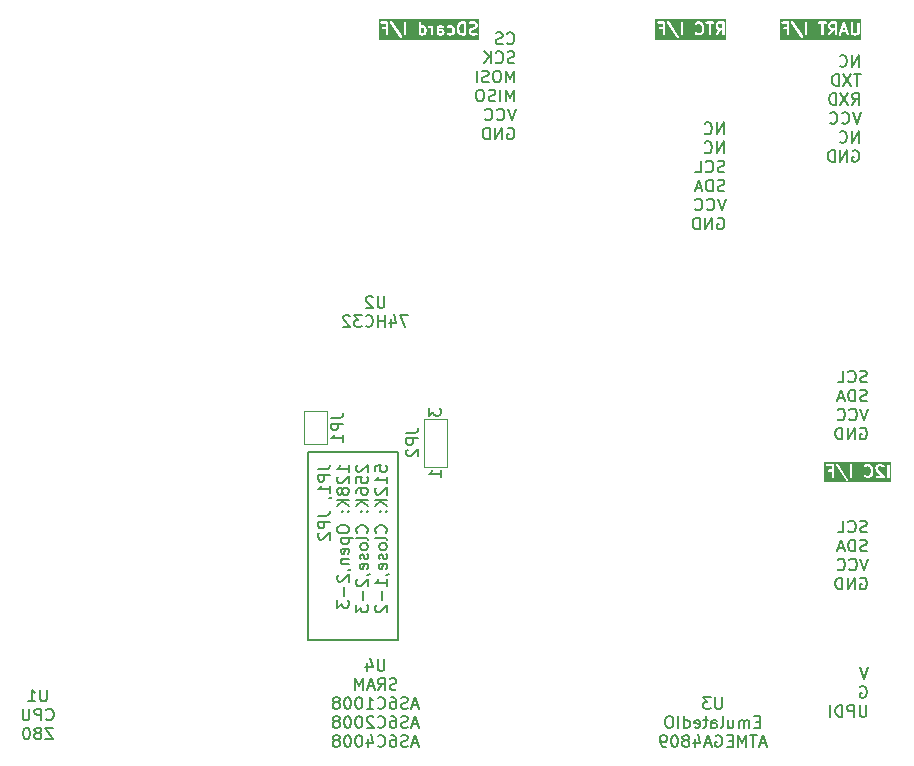
<source format=gbo>
%TF.GenerationSoftware,KiCad,Pcbnew,7.0.10-7.0.10~ubuntu22.04.1*%
%TF.CreationDate,2024-09-12T14:25:07+09:00*%
%TF.ProjectId,sbcz80cpm,7362637a-3830-4637-906d-2e6b69636164,rev?*%
%TF.SameCoordinates,Original*%
%TF.FileFunction,Legend,Bot*%
%TF.FilePolarity,Positive*%
%FSLAX46Y46*%
G04 Gerber Fmt 4.6, Leading zero omitted, Abs format (unit mm)*
G04 Created by KiCad (PCBNEW 7.0.10-7.0.10~ubuntu22.04.1) date 2024-09-12 14:25:07*
%MOMM*%
%LPD*%
G01*
G04 APERTURE LIST*
%ADD10C,0.150000*%
%ADD11C,0.200000*%
%ADD12C,0.120000*%
G04 APERTURE END LIST*
D10*
X148253220Y-73734819D02*
X148253220Y-72734819D01*
X148253220Y-72734819D02*
X147681792Y-73734819D01*
X147681792Y-73734819D02*
X147681792Y-72734819D01*
X146634173Y-73639580D02*
X146681792Y-73687200D01*
X146681792Y-73687200D02*
X146824649Y-73734819D01*
X146824649Y-73734819D02*
X146919887Y-73734819D01*
X146919887Y-73734819D02*
X147062744Y-73687200D01*
X147062744Y-73687200D02*
X147157982Y-73591961D01*
X147157982Y-73591961D02*
X147205601Y-73496723D01*
X147205601Y-73496723D02*
X147253220Y-73306247D01*
X147253220Y-73306247D02*
X147253220Y-73163390D01*
X147253220Y-73163390D02*
X147205601Y-72972914D01*
X147205601Y-72972914D02*
X147157982Y-72877676D01*
X147157982Y-72877676D02*
X147062744Y-72782438D01*
X147062744Y-72782438D02*
X146919887Y-72734819D01*
X146919887Y-72734819D02*
X146824649Y-72734819D01*
X146824649Y-72734819D02*
X146681792Y-72782438D01*
X146681792Y-72782438D02*
X146634173Y-72830057D01*
X148396077Y-74344819D02*
X147824649Y-74344819D01*
X148110363Y-75344819D02*
X148110363Y-74344819D01*
X147586553Y-74344819D02*
X146919887Y-75344819D01*
X146919887Y-74344819D02*
X147586553Y-75344819D01*
X146538934Y-75344819D02*
X146538934Y-74344819D01*
X146538934Y-74344819D02*
X146300839Y-74344819D01*
X146300839Y-74344819D02*
X146157982Y-74392438D01*
X146157982Y-74392438D02*
X146062744Y-74487676D01*
X146062744Y-74487676D02*
X146015125Y-74582914D01*
X146015125Y-74582914D02*
X145967506Y-74773390D01*
X145967506Y-74773390D02*
X145967506Y-74916247D01*
X145967506Y-74916247D02*
X146015125Y-75106723D01*
X146015125Y-75106723D02*
X146062744Y-75201961D01*
X146062744Y-75201961D02*
X146157982Y-75297200D01*
X146157982Y-75297200D02*
X146300839Y-75344819D01*
X146300839Y-75344819D02*
X146538934Y-75344819D01*
X147681792Y-76954819D02*
X148015125Y-76478628D01*
X148253220Y-76954819D02*
X148253220Y-75954819D01*
X148253220Y-75954819D02*
X147872268Y-75954819D01*
X147872268Y-75954819D02*
X147777030Y-76002438D01*
X147777030Y-76002438D02*
X147729411Y-76050057D01*
X147729411Y-76050057D02*
X147681792Y-76145295D01*
X147681792Y-76145295D02*
X147681792Y-76288152D01*
X147681792Y-76288152D02*
X147729411Y-76383390D01*
X147729411Y-76383390D02*
X147777030Y-76431009D01*
X147777030Y-76431009D02*
X147872268Y-76478628D01*
X147872268Y-76478628D02*
X148253220Y-76478628D01*
X147348458Y-75954819D02*
X146681792Y-76954819D01*
X146681792Y-75954819D02*
X147348458Y-76954819D01*
X146300839Y-76954819D02*
X146300839Y-75954819D01*
X146300839Y-75954819D02*
X146062744Y-75954819D01*
X146062744Y-75954819D02*
X145919887Y-76002438D01*
X145919887Y-76002438D02*
X145824649Y-76097676D01*
X145824649Y-76097676D02*
X145777030Y-76192914D01*
X145777030Y-76192914D02*
X145729411Y-76383390D01*
X145729411Y-76383390D02*
X145729411Y-76526247D01*
X145729411Y-76526247D02*
X145777030Y-76716723D01*
X145777030Y-76716723D02*
X145824649Y-76811961D01*
X145824649Y-76811961D02*
X145919887Y-76907200D01*
X145919887Y-76907200D02*
X146062744Y-76954819D01*
X146062744Y-76954819D02*
X146300839Y-76954819D01*
X148396077Y-77564819D02*
X148062744Y-78564819D01*
X148062744Y-78564819D02*
X147729411Y-77564819D01*
X146824649Y-78469580D02*
X146872268Y-78517200D01*
X146872268Y-78517200D02*
X147015125Y-78564819D01*
X147015125Y-78564819D02*
X147110363Y-78564819D01*
X147110363Y-78564819D02*
X147253220Y-78517200D01*
X147253220Y-78517200D02*
X147348458Y-78421961D01*
X147348458Y-78421961D02*
X147396077Y-78326723D01*
X147396077Y-78326723D02*
X147443696Y-78136247D01*
X147443696Y-78136247D02*
X147443696Y-77993390D01*
X147443696Y-77993390D02*
X147396077Y-77802914D01*
X147396077Y-77802914D02*
X147348458Y-77707676D01*
X147348458Y-77707676D02*
X147253220Y-77612438D01*
X147253220Y-77612438D02*
X147110363Y-77564819D01*
X147110363Y-77564819D02*
X147015125Y-77564819D01*
X147015125Y-77564819D02*
X146872268Y-77612438D01*
X146872268Y-77612438D02*
X146824649Y-77660057D01*
X145824649Y-78469580D02*
X145872268Y-78517200D01*
X145872268Y-78517200D02*
X146015125Y-78564819D01*
X146015125Y-78564819D02*
X146110363Y-78564819D01*
X146110363Y-78564819D02*
X146253220Y-78517200D01*
X146253220Y-78517200D02*
X146348458Y-78421961D01*
X146348458Y-78421961D02*
X146396077Y-78326723D01*
X146396077Y-78326723D02*
X146443696Y-78136247D01*
X146443696Y-78136247D02*
X146443696Y-77993390D01*
X146443696Y-77993390D02*
X146396077Y-77802914D01*
X146396077Y-77802914D02*
X146348458Y-77707676D01*
X146348458Y-77707676D02*
X146253220Y-77612438D01*
X146253220Y-77612438D02*
X146110363Y-77564819D01*
X146110363Y-77564819D02*
X146015125Y-77564819D01*
X146015125Y-77564819D02*
X145872268Y-77612438D01*
X145872268Y-77612438D02*
X145824649Y-77660057D01*
X148253220Y-80174819D02*
X148253220Y-79174819D01*
X148253220Y-79174819D02*
X147681792Y-80174819D01*
X147681792Y-80174819D02*
X147681792Y-79174819D01*
X146634173Y-80079580D02*
X146681792Y-80127200D01*
X146681792Y-80127200D02*
X146824649Y-80174819D01*
X146824649Y-80174819D02*
X146919887Y-80174819D01*
X146919887Y-80174819D02*
X147062744Y-80127200D01*
X147062744Y-80127200D02*
X147157982Y-80031961D01*
X147157982Y-80031961D02*
X147205601Y-79936723D01*
X147205601Y-79936723D02*
X147253220Y-79746247D01*
X147253220Y-79746247D02*
X147253220Y-79603390D01*
X147253220Y-79603390D02*
X147205601Y-79412914D01*
X147205601Y-79412914D02*
X147157982Y-79317676D01*
X147157982Y-79317676D02*
X147062744Y-79222438D01*
X147062744Y-79222438D02*
X146919887Y-79174819D01*
X146919887Y-79174819D02*
X146824649Y-79174819D01*
X146824649Y-79174819D02*
X146681792Y-79222438D01*
X146681792Y-79222438D02*
X146634173Y-79270057D01*
X147729411Y-80832438D02*
X147824649Y-80784819D01*
X147824649Y-80784819D02*
X147967506Y-80784819D01*
X147967506Y-80784819D02*
X148110363Y-80832438D01*
X148110363Y-80832438D02*
X148205601Y-80927676D01*
X148205601Y-80927676D02*
X148253220Y-81022914D01*
X148253220Y-81022914D02*
X148300839Y-81213390D01*
X148300839Y-81213390D02*
X148300839Y-81356247D01*
X148300839Y-81356247D02*
X148253220Y-81546723D01*
X148253220Y-81546723D02*
X148205601Y-81641961D01*
X148205601Y-81641961D02*
X148110363Y-81737200D01*
X148110363Y-81737200D02*
X147967506Y-81784819D01*
X147967506Y-81784819D02*
X147872268Y-81784819D01*
X147872268Y-81784819D02*
X147729411Y-81737200D01*
X147729411Y-81737200D02*
X147681792Y-81689580D01*
X147681792Y-81689580D02*
X147681792Y-81356247D01*
X147681792Y-81356247D02*
X147872268Y-81356247D01*
X147253220Y-81784819D02*
X147253220Y-80784819D01*
X147253220Y-80784819D02*
X146681792Y-81784819D01*
X146681792Y-81784819D02*
X146681792Y-80784819D01*
X146205601Y-81784819D02*
X146205601Y-80784819D01*
X146205601Y-80784819D02*
X145967506Y-80784819D01*
X145967506Y-80784819D02*
X145824649Y-80832438D01*
X145824649Y-80832438D02*
X145729411Y-80927676D01*
X145729411Y-80927676D02*
X145681792Y-81022914D01*
X145681792Y-81022914D02*
X145634173Y-81213390D01*
X145634173Y-81213390D02*
X145634173Y-81356247D01*
X145634173Y-81356247D02*
X145681792Y-81546723D01*
X145681792Y-81546723D02*
X145729411Y-81641961D01*
X145729411Y-81641961D02*
X145824649Y-81737200D01*
X145824649Y-81737200D02*
X145967506Y-81784819D01*
X145967506Y-81784819D02*
X146205601Y-81784819D01*
D11*
G36*
X136690326Y-70411028D02*
G01*
X136432981Y-70411028D01*
X136373371Y-70381223D01*
X136348703Y-70356554D01*
X136318898Y-70296944D01*
X136318898Y-70201302D01*
X136348703Y-70141692D01*
X136373371Y-70117023D01*
X136432981Y-70087219D01*
X136690326Y-70087219D01*
X136690326Y-70411028D01*
G37*
G36*
X137033183Y-71464446D02*
G01*
X131028554Y-71464446D01*
X131028554Y-70018121D01*
X131171411Y-70018121D01*
X131207738Y-70068121D01*
X131266517Y-70087219D01*
X131642707Y-70087219D01*
X131642707Y-70363409D01*
X131409374Y-70363409D01*
X131350595Y-70382507D01*
X131314268Y-70432507D01*
X131314268Y-70494311D01*
X131350595Y-70544311D01*
X131409374Y-70563409D01*
X131642707Y-70563409D01*
X131642707Y-70987219D01*
X131661805Y-71045998D01*
X131711805Y-71082325D01*
X131773609Y-71082325D01*
X131823609Y-71045998D01*
X131842707Y-70987219D01*
X131842707Y-69987219D01*
X131837813Y-69972156D01*
X131837813Y-69956317D01*
X131828503Y-69943503D01*
X131825925Y-69935569D01*
X131976122Y-69935569D01*
X131992836Y-69995070D01*
X132849978Y-71280784D01*
X132898473Y-71319098D01*
X132960227Y-71321589D01*
X133011651Y-71287306D01*
X133033103Y-71229345D01*
X133016388Y-71169844D01*
X132894638Y-70987219D01*
X133166516Y-70987219D01*
X133185614Y-71045998D01*
X133235614Y-71082325D01*
X133297418Y-71082325D01*
X133347418Y-71045998D01*
X133366516Y-70987219D01*
X133366516Y-70907622D01*
X134358223Y-70907622D01*
X134386282Y-70962690D01*
X134433900Y-71010310D01*
X134454442Y-71020776D01*
X134472989Y-71034468D01*
X134615846Y-71082087D01*
X134632053Y-71082210D01*
X134647469Y-71087219D01*
X134742707Y-71087219D01*
X134758122Y-71082210D01*
X134774330Y-71082087D01*
X134917186Y-71034468D01*
X134935733Y-71020776D01*
X134956275Y-71010310D01*
X135051513Y-70915071D01*
X135058871Y-70900629D01*
X135070245Y-70889082D01*
X135117864Y-70793845D01*
X135119524Y-70782823D01*
X135125435Y-70773377D01*
X135173054Y-70582901D01*
X135172193Y-70570484D01*
X135176040Y-70558647D01*
X135176040Y-70415790D01*
X135172193Y-70403952D01*
X135173054Y-70391536D01*
X135125435Y-70201060D01*
X135119524Y-70191613D01*
X135117864Y-70180592D01*
X135070245Y-70085355D01*
X135058871Y-70073807D01*
X135051513Y-70059365D01*
X135010269Y-70018121D01*
X135266649Y-70018121D01*
X135302976Y-70068121D01*
X135361755Y-70087219D01*
X135547469Y-70087219D01*
X135547469Y-70987219D01*
X135566567Y-71045998D01*
X135616567Y-71082325D01*
X135678371Y-71082325D01*
X135728371Y-71045998D01*
X135747469Y-70987219D01*
X135747469Y-70320552D01*
X136118898Y-70320552D01*
X136126021Y-70342475D01*
X136129455Y-70365273D01*
X136177074Y-70460511D01*
X136188447Y-70472058D01*
X136195806Y-70486501D01*
X136243425Y-70534119D01*
X136257866Y-70541477D01*
X136269415Y-70552852D01*
X136364652Y-70600471D01*
X136367278Y-70600866D01*
X136136975Y-70929873D01*
X136118913Y-70988978D01*
X136139042Y-71047412D01*
X136189674Y-71082854D01*
X136251468Y-71081767D01*
X136300821Y-71044565D01*
X136604296Y-70611028D01*
X136690326Y-70611028D01*
X136690326Y-70987219D01*
X136709424Y-71045998D01*
X136759424Y-71082325D01*
X136821228Y-71082325D01*
X136871228Y-71045998D01*
X136890326Y-70987219D01*
X136890326Y-69987219D01*
X136885432Y-69972156D01*
X136885432Y-69956317D01*
X136876122Y-69943503D01*
X136871228Y-69928440D01*
X136858414Y-69919130D01*
X136849105Y-69906317D01*
X136834041Y-69901422D01*
X136821228Y-69892113D01*
X136805389Y-69892113D01*
X136790326Y-69887219D01*
X136409374Y-69887219D01*
X136387450Y-69894342D01*
X136364652Y-69897776D01*
X136269415Y-69945395D01*
X136257866Y-69956769D01*
X136243425Y-69964128D01*
X136195806Y-70011746D01*
X136188447Y-70026188D01*
X136177074Y-70037736D01*
X136129455Y-70132974D01*
X136126021Y-70155771D01*
X136118898Y-70177695D01*
X136118898Y-70320552D01*
X135747469Y-70320552D01*
X135747469Y-70087219D01*
X135933183Y-70087219D01*
X135991962Y-70068121D01*
X136028289Y-70018121D01*
X136028289Y-69956317D01*
X135991962Y-69906317D01*
X135933183Y-69887219D01*
X135361755Y-69887219D01*
X135302976Y-69906317D01*
X135266649Y-69956317D01*
X135266649Y-70018121D01*
X135010269Y-70018121D01*
X134956275Y-69964127D01*
X134935731Y-69953659D01*
X134917186Y-69939970D01*
X134774330Y-69892351D01*
X134758122Y-69892227D01*
X134742707Y-69887219D01*
X134647469Y-69887219D01*
X134632053Y-69892227D01*
X134615846Y-69892351D01*
X134472989Y-69939970D01*
X134454440Y-69953662D01*
X134433901Y-69964128D01*
X134386282Y-70011746D01*
X134358224Y-70066814D01*
X134367892Y-70127856D01*
X134411594Y-70171558D01*
X134472636Y-70181226D01*
X134527704Y-70153168D01*
X134558630Y-70122240D01*
X134663695Y-70087219D01*
X134726480Y-70087219D01*
X134831544Y-70122240D01*
X134898617Y-70189313D01*
X134934069Y-70260218D01*
X134976040Y-70428099D01*
X134976040Y-70546337D01*
X134934069Y-70714218D01*
X134898616Y-70785124D01*
X134831545Y-70852197D01*
X134726480Y-70887219D01*
X134663695Y-70887219D01*
X134558630Y-70852197D01*
X134527704Y-70821270D01*
X134472637Y-70793211D01*
X134411595Y-70802878D01*
X134367892Y-70846580D01*
X134358223Y-70907622D01*
X133366516Y-70907622D01*
X133366516Y-69987219D01*
X133347418Y-69928440D01*
X133297418Y-69892113D01*
X133235614Y-69892113D01*
X133185614Y-69928440D01*
X133166516Y-69987219D01*
X133166516Y-70987219D01*
X132894638Y-70987219D01*
X132159246Y-69884130D01*
X132110751Y-69845817D01*
X132048998Y-69843326D01*
X131997574Y-69877608D01*
X131976122Y-69935569D01*
X131825925Y-69935569D01*
X131823609Y-69928440D01*
X131810795Y-69919130D01*
X131801486Y-69906317D01*
X131786422Y-69901422D01*
X131773609Y-69892113D01*
X131757770Y-69892113D01*
X131742707Y-69887219D01*
X131266517Y-69887219D01*
X131207738Y-69906317D01*
X131171411Y-69956317D01*
X131171411Y-70018121D01*
X131028554Y-70018121D01*
X131028554Y-69700469D01*
X137033183Y-69700469D01*
X137033183Y-71464446D01*
G37*
D10*
X148935839Y-113102200D02*
X148792982Y-113149819D01*
X148792982Y-113149819D02*
X148554887Y-113149819D01*
X148554887Y-113149819D02*
X148459649Y-113102200D01*
X148459649Y-113102200D02*
X148412030Y-113054580D01*
X148412030Y-113054580D02*
X148364411Y-112959342D01*
X148364411Y-112959342D02*
X148364411Y-112864104D01*
X148364411Y-112864104D02*
X148412030Y-112768866D01*
X148412030Y-112768866D02*
X148459649Y-112721247D01*
X148459649Y-112721247D02*
X148554887Y-112673628D01*
X148554887Y-112673628D02*
X148745363Y-112626009D01*
X148745363Y-112626009D02*
X148840601Y-112578390D01*
X148840601Y-112578390D02*
X148888220Y-112530771D01*
X148888220Y-112530771D02*
X148935839Y-112435533D01*
X148935839Y-112435533D02*
X148935839Y-112340295D01*
X148935839Y-112340295D02*
X148888220Y-112245057D01*
X148888220Y-112245057D02*
X148840601Y-112197438D01*
X148840601Y-112197438D02*
X148745363Y-112149819D01*
X148745363Y-112149819D02*
X148507268Y-112149819D01*
X148507268Y-112149819D02*
X148364411Y-112197438D01*
X147364411Y-113054580D02*
X147412030Y-113102200D01*
X147412030Y-113102200D02*
X147554887Y-113149819D01*
X147554887Y-113149819D02*
X147650125Y-113149819D01*
X147650125Y-113149819D02*
X147792982Y-113102200D01*
X147792982Y-113102200D02*
X147888220Y-113006961D01*
X147888220Y-113006961D02*
X147935839Y-112911723D01*
X147935839Y-112911723D02*
X147983458Y-112721247D01*
X147983458Y-112721247D02*
X147983458Y-112578390D01*
X147983458Y-112578390D02*
X147935839Y-112387914D01*
X147935839Y-112387914D02*
X147888220Y-112292676D01*
X147888220Y-112292676D02*
X147792982Y-112197438D01*
X147792982Y-112197438D02*
X147650125Y-112149819D01*
X147650125Y-112149819D02*
X147554887Y-112149819D01*
X147554887Y-112149819D02*
X147412030Y-112197438D01*
X147412030Y-112197438D02*
X147364411Y-112245057D01*
X146459649Y-113149819D02*
X146935839Y-113149819D01*
X146935839Y-113149819D02*
X146935839Y-112149819D01*
X148935839Y-114712200D02*
X148792982Y-114759819D01*
X148792982Y-114759819D02*
X148554887Y-114759819D01*
X148554887Y-114759819D02*
X148459649Y-114712200D01*
X148459649Y-114712200D02*
X148412030Y-114664580D01*
X148412030Y-114664580D02*
X148364411Y-114569342D01*
X148364411Y-114569342D02*
X148364411Y-114474104D01*
X148364411Y-114474104D02*
X148412030Y-114378866D01*
X148412030Y-114378866D02*
X148459649Y-114331247D01*
X148459649Y-114331247D02*
X148554887Y-114283628D01*
X148554887Y-114283628D02*
X148745363Y-114236009D01*
X148745363Y-114236009D02*
X148840601Y-114188390D01*
X148840601Y-114188390D02*
X148888220Y-114140771D01*
X148888220Y-114140771D02*
X148935839Y-114045533D01*
X148935839Y-114045533D02*
X148935839Y-113950295D01*
X148935839Y-113950295D02*
X148888220Y-113855057D01*
X148888220Y-113855057D02*
X148840601Y-113807438D01*
X148840601Y-113807438D02*
X148745363Y-113759819D01*
X148745363Y-113759819D02*
X148507268Y-113759819D01*
X148507268Y-113759819D02*
X148364411Y-113807438D01*
X147935839Y-114759819D02*
X147935839Y-113759819D01*
X147935839Y-113759819D02*
X147697744Y-113759819D01*
X147697744Y-113759819D02*
X147554887Y-113807438D01*
X147554887Y-113807438D02*
X147459649Y-113902676D01*
X147459649Y-113902676D02*
X147412030Y-113997914D01*
X147412030Y-113997914D02*
X147364411Y-114188390D01*
X147364411Y-114188390D02*
X147364411Y-114331247D01*
X147364411Y-114331247D02*
X147412030Y-114521723D01*
X147412030Y-114521723D02*
X147459649Y-114616961D01*
X147459649Y-114616961D02*
X147554887Y-114712200D01*
X147554887Y-114712200D02*
X147697744Y-114759819D01*
X147697744Y-114759819D02*
X147935839Y-114759819D01*
X146983458Y-114474104D02*
X146507268Y-114474104D01*
X147078696Y-114759819D02*
X146745363Y-113759819D01*
X146745363Y-113759819D02*
X146412030Y-114759819D01*
X149031077Y-115369819D02*
X148697744Y-116369819D01*
X148697744Y-116369819D02*
X148364411Y-115369819D01*
X147459649Y-116274580D02*
X147507268Y-116322200D01*
X147507268Y-116322200D02*
X147650125Y-116369819D01*
X147650125Y-116369819D02*
X147745363Y-116369819D01*
X147745363Y-116369819D02*
X147888220Y-116322200D01*
X147888220Y-116322200D02*
X147983458Y-116226961D01*
X147983458Y-116226961D02*
X148031077Y-116131723D01*
X148031077Y-116131723D02*
X148078696Y-115941247D01*
X148078696Y-115941247D02*
X148078696Y-115798390D01*
X148078696Y-115798390D02*
X148031077Y-115607914D01*
X148031077Y-115607914D02*
X147983458Y-115512676D01*
X147983458Y-115512676D02*
X147888220Y-115417438D01*
X147888220Y-115417438D02*
X147745363Y-115369819D01*
X147745363Y-115369819D02*
X147650125Y-115369819D01*
X147650125Y-115369819D02*
X147507268Y-115417438D01*
X147507268Y-115417438D02*
X147459649Y-115465057D01*
X146459649Y-116274580D02*
X146507268Y-116322200D01*
X146507268Y-116322200D02*
X146650125Y-116369819D01*
X146650125Y-116369819D02*
X146745363Y-116369819D01*
X146745363Y-116369819D02*
X146888220Y-116322200D01*
X146888220Y-116322200D02*
X146983458Y-116226961D01*
X146983458Y-116226961D02*
X147031077Y-116131723D01*
X147031077Y-116131723D02*
X147078696Y-115941247D01*
X147078696Y-115941247D02*
X147078696Y-115798390D01*
X147078696Y-115798390D02*
X147031077Y-115607914D01*
X147031077Y-115607914D02*
X146983458Y-115512676D01*
X146983458Y-115512676D02*
X146888220Y-115417438D01*
X146888220Y-115417438D02*
X146745363Y-115369819D01*
X146745363Y-115369819D02*
X146650125Y-115369819D01*
X146650125Y-115369819D02*
X146507268Y-115417438D01*
X146507268Y-115417438D02*
X146459649Y-115465057D01*
X148364411Y-117027438D02*
X148459649Y-116979819D01*
X148459649Y-116979819D02*
X148602506Y-116979819D01*
X148602506Y-116979819D02*
X148745363Y-117027438D01*
X148745363Y-117027438D02*
X148840601Y-117122676D01*
X148840601Y-117122676D02*
X148888220Y-117217914D01*
X148888220Y-117217914D02*
X148935839Y-117408390D01*
X148935839Y-117408390D02*
X148935839Y-117551247D01*
X148935839Y-117551247D02*
X148888220Y-117741723D01*
X148888220Y-117741723D02*
X148840601Y-117836961D01*
X148840601Y-117836961D02*
X148745363Y-117932200D01*
X148745363Y-117932200D02*
X148602506Y-117979819D01*
X148602506Y-117979819D02*
X148507268Y-117979819D01*
X148507268Y-117979819D02*
X148364411Y-117932200D01*
X148364411Y-117932200D02*
X148316792Y-117884580D01*
X148316792Y-117884580D02*
X148316792Y-117551247D01*
X148316792Y-117551247D02*
X148507268Y-117551247D01*
X147888220Y-117979819D02*
X147888220Y-116979819D01*
X147888220Y-116979819D02*
X147316792Y-117979819D01*
X147316792Y-117979819D02*
X147316792Y-116979819D01*
X146840601Y-117979819D02*
X146840601Y-116979819D01*
X146840601Y-116979819D02*
X146602506Y-116979819D01*
X146602506Y-116979819D02*
X146459649Y-117027438D01*
X146459649Y-117027438D02*
X146364411Y-117122676D01*
X146364411Y-117122676D02*
X146316792Y-117217914D01*
X146316792Y-117217914D02*
X146269173Y-117408390D01*
X146269173Y-117408390D02*
X146269173Y-117551247D01*
X146269173Y-117551247D02*
X146316792Y-117741723D01*
X146316792Y-117741723D02*
X146364411Y-117836961D01*
X146364411Y-117836961D02*
X146459649Y-117932200D01*
X146459649Y-117932200D02*
X146602506Y-117979819D01*
X146602506Y-117979819D02*
X146840601Y-117979819D01*
X136823220Y-79449819D02*
X136823220Y-78449819D01*
X136823220Y-78449819D02*
X136251792Y-79449819D01*
X136251792Y-79449819D02*
X136251792Y-78449819D01*
X135204173Y-79354580D02*
X135251792Y-79402200D01*
X135251792Y-79402200D02*
X135394649Y-79449819D01*
X135394649Y-79449819D02*
X135489887Y-79449819D01*
X135489887Y-79449819D02*
X135632744Y-79402200D01*
X135632744Y-79402200D02*
X135727982Y-79306961D01*
X135727982Y-79306961D02*
X135775601Y-79211723D01*
X135775601Y-79211723D02*
X135823220Y-79021247D01*
X135823220Y-79021247D02*
X135823220Y-78878390D01*
X135823220Y-78878390D02*
X135775601Y-78687914D01*
X135775601Y-78687914D02*
X135727982Y-78592676D01*
X135727982Y-78592676D02*
X135632744Y-78497438D01*
X135632744Y-78497438D02*
X135489887Y-78449819D01*
X135489887Y-78449819D02*
X135394649Y-78449819D01*
X135394649Y-78449819D02*
X135251792Y-78497438D01*
X135251792Y-78497438D02*
X135204173Y-78545057D01*
X136823220Y-81059819D02*
X136823220Y-80059819D01*
X136823220Y-80059819D02*
X136251792Y-81059819D01*
X136251792Y-81059819D02*
X136251792Y-80059819D01*
X135204173Y-80964580D02*
X135251792Y-81012200D01*
X135251792Y-81012200D02*
X135394649Y-81059819D01*
X135394649Y-81059819D02*
X135489887Y-81059819D01*
X135489887Y-81059819D02*
X135632744Y-81012200D01*
X135632744Y-81012200D02*
X135727982Y-80916961D01*
X135727982Y-80916961D02*
X135775601Y-80821723D01*
X135775601Y-80821723D02*
X135823220Y-80631247D01*
X135823220Y-80631247D02*
X135823220Y-80488390D01*
X135823220Y-80488390D02*
X135775601Y-80297914D01*
X135775601Y-80297914D02*
X135727982Y-80202676D01*
X135727982Y-80202676D02*
X135632744Y-80107438D01*
X135632744Y-80107438D02*
X135489887Y-80059819D01*
X135489887Y-80059819D02*
X135394649Y-80059819D01*
X135394649Y-80059819D02*
X135251792Y-80107438D01*
X135251792Y-80107438D02*
X135204173Y-80155057D01*
X136870839Y-82622200D02*
X136727982Y-82669819D01*
X136727982Y-82669819D02*
X136489887Y-82669819D01*
X136489887Y-82669819D02*
X136394649Y-82622200D01*
X136394649Y-82622200D02*
X136347030Y-82574580D01*
X136347030Y-82574580D02*
X136299411Y-82479342D01*
X136299411Y-82479342D02*
X136299411Y-82384104D01*
X136299411Y-82384104D02*
X136347030Y-82288866D01*
X136347030Y-82288866D02*
X136394649Y-82241247D01*
X136394649Y-82241247D02*
X136489887Y-82193628D01*
X136489887Y-82193628D02*
X136680363Y-82146009D01*
X136680363Y-82146009D02*
X136775601Y-82098390D01*
X136775601Y-82098390D02*
X136823220Y-82050771D01*
X136823220Y-82050771D02*
X136870839Y-81955533D01*
X136870839Y-81955533D02*
X136870839Y-81860295D01*
X136870839Y-81860295D02*
X136823220Y-81765057D01*
X136823220Y-81765057D02*
X136775601Y-81717438D01*
X136775601Y-81717438D02*
X136680363Y-81669819D01*
X136680363Y-81669819D02*
X136442268Y-81669819D01*
X136442268Y-81669819D02*
X136299411Y-81717438D01*
X135299411Y-82574580D02*
X135347030Y-82622200D01*
X135347030Y-82622200D02*
X135489887Y-82669819D01*
X135489887Y-82669819D02*
X135585125Y-82669819D01*
X135585125Y-82669819D02*
X135727982Y-82622200D01*
X135727982Y-82622200D02*
X135823220Y-82526961D01*
X135823220Y-82526961D02*
X135870839Y-82431723D01*
X135870839Y-82431723D02*
X135918458Y-82241247D01*
X135918458Y-82241247D02*
X135918458Y-82098390D01*
X135918458Y-82098390D02*
X135870839Y-81907914D01*
X135870839Y-81907914D02*
X135823220Y-81812676D01*
X135823220Y-81812676D02*
X135727982Y-81717438D01*
X135727982Y-81717438D02*
X135585125Y-81669819D01*
X135585125Y-81669819D02*
X135489887Y-81669819D01*
X135489887Y-81669819D02*
X135347030Y-81717438D01*
X135347030Y-81717438D02*
X135299411Y-81765057D01*
X134394649Y-82669819D02*
X134870839Y-82669819D01*
X134870839Y-82669819D02*
X134870839Y-81669819D01*
X136870839Y-84232200D02*
X136727982Y-84279819D01*
X136727982Y-84279819D02*
X136489887Y-84279819D01*
X136489887Y-84279819D02*
X136394649Y-84232200D01*
X136394649Y-84232200D02*
X136347030Y-84184580D01*
X136347030Y-84184580D02*
X136299411Y-84089342D01*
X136299411Y-84089342D02*
X136299411Y-83994104D01*
X136299411Y-83994104D02*
X136347030Y-83898866D01*
X136347030Y-83898866D02*
X136394649Y-83851247D01*
X136394649Y-83851247D02*
X136489887Y-83803628D01*
X136489887Y-83803628D02*
X136680363Y-83756009D01*
X136680363Y-83756009D02*
X136775601Y-83708390D01*
X136775601Y-83708390D02*
X136823220Y-83660771D01*
X136823220Y-83660771D02*
X136870839Y-83565533D01*
X136870839Y-83565533D02*
X136870839Y-83470295D01*
X136870839Y-83470295D02*
X136823220Y-83375057D01*
X136823220Y-83375057D02*
X136775601Y-83327438D01*
X136775601Y-83327438D02*
X136680363Y-83279819D01*
X136680363Y-83279819D02*
X136442268Y-83279819D01*
X136442268Y-83279819D02*
X136299411Y-83327438D01*
X135870839Y-84279819D02*
X135870839Y-83279819D01*
X135870839Y-83279819D02*
X135632744Y-83279819D01*
X135632744Y-83279819D02*
X135489887Y-83327438D01*
X135489887Y-83327438D02*
X135394649Y-83422676D01*
X135394649Y-83422676D02*
X135347030Y-83517914D01*
X135347030Y-83517914D02*
X135299411Y-83708390D01*
X135299411Y-83708390D02*
X135299411Y-83851247D01*
X135299411Y-83851247D02*
X135347030Y-84041723D01*
X135347030Y-84041723D02*
X135394649Y-84136961D01*
X135394649Y-84136961D02*
X135489887Y-84232200D01*
X135489887Y-84232200D02*
X135632744Y-84279819D01*
X135632744Y-84279819D02*
X135870839Y-84279819D01*
X134918458Y-83994104D02*
X134442268Y-83994104D01*
X135013696Y-84279819D02*
X134680363Y-83279819D01*
X134680363Y-83279819D02*
X134347030Y-84279819D01*
X136966077Y-84889819D02*
X136632744Y-85889819D01*
X136632744Y-85889819D02*
X136299411Y-84889819D01*
X135394649Y-85794580D02*
X135442268Y-85842200D01*
X135442268Y-85842200D02*
X135585125Y-85889819D01*
X135585125Y-85889819D02*
X135680363Y-85889819D01*
X135680363Y-85889819D02*
X135823220Y-85842200D01*
X135823220Y-85842200D02*
X135918458Y-85746961D01*
X135918458Y-85746961D02*
X135966077Y-85651723D01*
X135966077Y-85651723D02*
X136013696Y-85461247D01*
X136013696Y-85461247D02*
X136013696Y-85318390D01*
X136013696Y-85318390D02*
X135966077Y-85127914D01*
X135966077Y-85127914D02*
X135918458Y-85032676D01*
X135918458Y-85032676D02*
X135823220Y-84937438D01*
X135823220Y-84937438D02*
X135680363Y-84889819D01*
X135680363Y-84889819D02*
X135585125Y-84889819D01*
X135585125Y-84889819D02*
X135442268Y-84937438D01*
X135442268Y-84937438D02*
X135394649Y-84985057D01*
X134394649Y-85794580D02*
X134442268Y-85842200D01*
X134442268Y-85842200D02*
X134585125Y-85889819D01*
X134585125Y-85889819D02*
X134680363Y-85889819D01*
X134680363Y-85889819D02*
X134823220Y-85842200D01*
X134823220Y-85842200D02*
X134918458Y-85746961D01*
X134918458Y-85746961D02*
X134966077Y-85651723D01*
X134966077Y-85651723D02*
X135013696Y-85461247D01*
X135013696Y-85461247D02*
X135013696Y-85318390D01*
X135013696Y-85318390D02*
X134966077Y-85127914D01*
X134966077Y-85127914D02*
X134918458Y-85032676D01*
X134918458Y-85032676D02*
X134823220Y-84937438D01*
X134823220Y-84937438D02*
X134680363Y-84889819D01*
X134680363Y-84889819D02*
X134585125Y-84889819D01*
X134585125Y-84889819D02*
X134442268Y-84937438D01*
X134442268Y-84937438D02*
X134394649Y-84985057D01*
X136299411Y-86547438D02*
X136394649Y-86499819D01*
X136394649Y-86499819D02*
X136537506Y-86499819D01*
X136537506Y-86499819D02*
X136680363Y-86547438D01*
X136680363Y-86547438D02*
X136775601Y-86642676D01*
X136775601Y-86642676D02*
X136823220Y-86737914D01*
X136823220Y-86737914D02*
X136870839Y-86928390D01*
X136870839Y-86928390D02*
X136870839Y-87071247D01*
X136870839Y-87071247D02*
X136823220Y-87261723D01*
X136823220Y-87261723D02*
X136775601Y-87356961D01*
X136775601Y-87356961D02*
X136680363Y-87452200D01*
X136680363Y-87452200D02*
X136537506Y-87499819D01*
X136537506Y-87499819D02*
X136442268Y-87499819D01*
X136442268Y-87499819D02*
X136299411Y-87452200D01*
X136299411Y-87452200D02*
X136251792Y-87404580D01*
X136251792Y-87404580D02*
X136251792Y-87071247D01*
X136251792Y-87071247D02*
X136442268Y-87071247D01*
X135823220Y-87499819D02*
X135823220Y-86499819D01*
X135823220Y-86499819D02*
X135251792Y-87499819D01*
X135251792Y-87499819D02*
X135251792Y-86499819D01*
X134775601Y-87499819D02*
X134775601Y-86499819D01*
X134775601Y-86499819D02*
X134537506Y-86499819D01*
X134537506Y-86499819D02*
X134394649Y-86547438D01*
X134394649Y-86547438D02*
X134299411Y-86642676D01*
X134299411Y-86642676D02*
X134251792Y-86737914D01*
X134251792Y-86737914D02*
X134204173Y-86928390D01*
X134204173Y-86928390D02*
X134204173Y-87071247D01*
X134204173Y-87071247D02*
X134251792Y-87261723D01*
X134251792Y-87261723D02*
X134299411Y-87356961D01*
X134299411Y-87356961D02*
X134394649Y-87452200D01*
X134394649Y-87452200D02*
X134537506Y-87499819D01*
X134537506Y-87499819D02*
X134775601Y-87499819D01*
X148935839Y-100402200D02*
X148792982Y-100449819D01*
X148792982Y-100449819D02*
X148554887Y-100449819D01*
X148554887Y-100449819D02*
X148459649Y-100402200D01*
X148459649Y-100402200D02*
X148412030Y-100354580D01*
X148412030Y-100354580D02*
X148364411Y-100259342D01*
X148364411Y-100259342D02*
X148364411Y-100164104D01*
X148364411Y-100164104D02*
X148412030Y-100068866D01*
X148412030Y-100068866D02*
X148459649Y-100021247D01*
X148459649Y-100021247D02*
X148554887Y-99973628D01*
X148554887Y-99973628D02*
X148745363Y-99926009D01*
X148745363Y-99926009D02*
X148840601Y-99878390D01*
X148840601Y-99878390D02*
X148888220Y-99830771D01*
X148888220Y-99830771D02*
X148935839Y-99735533D01*
X148935839Y-99735533D02*
X148935839Y-99640295D01*
X148935839Y-99640295D02*
X148888220Y-99545057D01*
X148888220Y-99545057D02*
X148840601Y-99497438D01*
X148840601Y-99497438D02*
X148745363Y-99449819D01*
X148745363Y-99449819D02*
X148507268Y-99449819D01*
X148507268Y-99449819D02*
X148364411Y-99497438D01*
X147364411Y-100354580D02*
X147412030Y-100402200D01*
X147412030Y-100402200D02*
X147554887Y-100449819D01*
X147554887Y-100449819D02*
X147650125Y-100449819D01*
X147650125Y-100449819D02*
X147792982Y-100402200D01*
X147792982Y-100402200D02*
X147888220Y-100306961D01*
X147888220Y-100306961D02*
X147935839Y-100211723D01*
X147935839Y-100211723D02*
X147983458Y-100021247D01*
X147983458Y-100021247D02*
X147983458Y-99878390D01*
X147983458Y-99878390D02*
X147935839Y-99687914D01*
X147935839Y-99687914D02*
X147888220Y-99592676D01*
X147888220Y-99592676D02*
X147792982Y-99497438D01*
X147792982Y-99497438D02*
X147650125Y-99449819D01*
X147650125Y-99449819D02*
X147554887Y-99449819D01*
X147554887Y-99449819D02*
X147412030Y-99497438D01*
X147412030Y-99497438D02*
X147364411Y-99545057D01*
X146459649Y-100449819D02*
X146935839Y-100449819D01*
X146935839Y-100449819D02*
X146935839Y-99449819D01*
X148935839Y-102012200D02*
X148792982Y-102059819D01*
X148792982Y-102059819D02*
X148554887Y-102059819D01*
X148554887Y-102059819D02*
X148459649Y-102012200D01*
X148459649Y-102012200D02*
X148412030Y-101964580D01*
X148412030Y-101964580D02*
X148364411Y-101869342D01*
X148364411Y-101869342D02*
X148364411Y-101774104D01*
X148364411Y-101774104D02*
X148412030Y-101678866D01*
X148412030Y-101678866D02*
X148459649Y-101631247D01*
X148459649Y-101631247D02*
X148554887Y-101583628D01*
X148554887Y-101583628D02*
X148745363Y-101536009D01*
X148745363Y-101536009D02*
X148840601Y-101488390D01*
X148840601Y-101488390D02*
X148888220Y-101440771D01*
X148888220Y-101440771D02*
X148935839Y-101345533D01*
X148935839Y-101345533D02*
X148935839Y-101250295D01*
X148935839Y-101250295D02*
X148888220Y-101155057D01*
X148888220Y-101155057D02*
X148840601Y-101107438D01*
X148840601Y-101107438D02*
X148745363Y-101059819D01*
X148745363Y-101059819D02*
X148507268Y-101059819D01*
X148507268Y-101059819D02*
X148364411Y-101107438D01*
X147935839Y-102059819D02*
X147935839Y-101059819D01*
X147935839Y-101059819D02*
X147697744Y-101059819D01*
X147697744Y-101059819D02*
X147554887Y-101107438D01*
X147554887Y-101107438D02*
X147459649Y-101202676D01*
X147459649Y-101202676D02*
X147412030Y-101297914D01*
X147412030Y-101297914D02*
X147364411Y-101488390D01*
X147364411Y-101488390D02*
X147364411Y-101631247D01*
X147364411Y-101631247D02*
X147412030Y-101821723D01*
X147412030Y-101821723D02*
X147459649Y-101916961D01*
X147459649Y-101916961D02*
X147554887Y-102012200D01*
X147554887Y-102012200D02*
X147697744Y-102059819D01*
X147697744Y-102059819D02*
X147935839Y-102059819D01*
X146983458Y-101774104D02*
X146507268Y-101774104D01*
X147078696Y-102059819D02*
X146745363Y-101059819D01*
X146745363Y-101059819D02*
X146412030Y-102059819D01*
X149031077Y-102669819D02*
X148697744Y-103669819D01*
X148697744Y-103669819D02*
X148364411Y-102669819D01*
X147459649Y-103574580D02*
X147507268Y-103622200D01*
X147507268Y-103622200D02*
X147650125Y-103669819D01*
X147650125Y-103669819D02*
X147745363Y-103669819D01*
X147745363Y-103669819D02*
X147888220Y-103622200D01*
X147888220Y-103622200D02*
X147983458Y-103526961D01*
X147983458Y-103526961D02*
X148031077Y-103431723D01*
X148031077Y-103431723D02*
X148078696Y-103241247D01*
X148078696Y-103241247D02*
X148078696Y-103098390D01*
X148078696Y-103098390D02*
X148031077Y-102907914D01*
X148031077Y-102907914D02*
X147983458Y-102812676D01*
X147983458Y-102812676D02*
X147888220Y-102717438D01*
X147888220Y-102717438D02*
X147745363Y-102669819D01*
X147745363Y-102669819D02*
X147650125Y-102669819D01*
X147650125Y-102669819D02*
X147507268Y-102717438D01*
X147507268Y-102717438D02*
X147459649Y-102765057D01*
X146459649Y-103574580D02*
X146507268Y-103622200D01*
X146507268Y-103622200D02*
X146650125Y-103669819D01*
X146650125Y-103669819D02*
X146745363Y-103669819D01*
X146745363Y-103669819D02*
X146888220Y-103622200D01*
X146888220Y-103622200D02*
X146983458Y-103526961D01*
X146983458Y-103526961D02*
X147031077Y-103431723D01*
X147031077Y-103431723D02*
X147078696Y-103241247D01*
X147078696Y-103241247D02*
X147078696Y-103098390D01*
X147078696Y-103098390D02*
X147031077Y-102907914D01*
X147031077Y-102907914D02*
X146983458Y-102812676D01*
X146983458Y-102812676D02*
X146888220Y-102717438D01*
X146888220Y-102717438D02*
X146745363Y-102669819D01*
X146745363Y-102669819D02*
X146650125Y-102669819D01*
X146650125Y-102669819D02*
X146507268Y-102717438D01*
X146507268Y-102717438D02*
X146459649Y-102765057D01*
X148364411Y-104327438D02*
X148459649Y-104279819D01*
X148459649Y-104279819D02*
X148602506Y-104279819D01*
X148602506Y-104279819D02*
X148745363Y-104327438D01*
X148745363Y-104327438D02*
X148840601Y-104422676D01*
X148840601Y-104422676D02*
X148888220Y-104517914D01*
X148888220Y-104517914D02*
X148935839Y-104708390D01*
X148935839Y-104708390D02*
X148935839Y-104851247D01*
X148935839Y-104851247D02*
X148888220Y-105041723D01*
X148888220Y-105041723D02*
X148840601Y-105136961D01*
X148840601Y-105136961D02*
X148745363Y-105232200D01*
X148745363Y-105232200D02*
X148602506Y-105279819D01*
X148602506Y-105279819D02*
X148507268Y-105279819D01*
X148507268Y-105279819D02*
X148364411Y-105232200D01*
X148364411Y-105232200D02*
X148316792Y-105184580D01*
X148316792Y-105184580D02*
X148316792Y-104851247D01*
X148316792Y-104851247D02*
X148507268Y-104851247D01*
X147888220Y-105279819D02*
X147888220Y-104279819D01*
X147888220Y-104279819D02*
X147316792Y-105279819D01*
X147316792Y-105279819D02*
X147316792Y-104279819D01*
X146840601Y-105279819D02*
X146840601Y-104279819D01*
X146840601Y-104279819D02*
X146602506Y-104279819D01*
X146602506Y-104279819D02*
X146459649Y-104327438D01*
X146459649Y-104327438D02*
X146364411Y-104422676D01*
X146364411Y-104422676D02*
X146316792Y-104517914D01*
X146316792Y-104517914D02*
X146269173Y-104708390D01*
X146269173Y-104708390D02*
X146269173Y-104851247D01*
X146269173Y-104851247D02*
X146316792Y-105041723D01*
X146316792Y-105041723D02*
X146364411Y-105136961D01*
X146364411Y-105136961D02*
X146459649Y-105232200D01*
X146459649Y-105232200D02*
X146602506Y-105279819D01*
X146602506Y-105279819D02*
X146840601Y-105279819D01*
X136651904Y-127094819D02*
X136651904Y-127904342D01*
X136651904Y-127904342D02*
X136604285Y-127999580D01*
X136604285Y-127999580D02*
X136556666Y-128047200D01*
X136556666Y-128047200D02*
X136461428Y-128094819D01*
X136461428Y-128094819D02*
X136270952Y-128094819D01*
X136270952Y-128094819D02*
X136175714Y-128047200D01*
X136175714Y-128047200D02*
X136128095Y-127999580D01*
X136128095Y-127999580D02*
X136080476Y-127904342D01*
X136080476Y-127904342D02*
X136080476Y-127094819D01*
X135699523Y-127094819D02*
X135080476Y-127094819D01*
X135080476Y-127094819D02*
X135413809Y-127475771D01*
X135413809Y-127475771D02*
X135270952Y-127475771D01*
X135270952Y-127475771D02*
X135175714Y-127523390D01*
X135175714Y-127523390D02*
X135128095Y-127571009D01*
X135128095Y-127571009D02*
X135080476Y-127666247D01*
X135080476Y-127666247D02*
X135080476Y-127904342D01*
X135080476Y-127904342D02*
X135128095Y-127999580D01*
X135128095Y-127999580D02*
X135175714Y-128047200D01*
X135175714Y-128047200D02*
X135270952Y-128094819D01*
X135270952Y-128094819D02*
X135556666Y-128094819D01*
X135556666Y-128094819D02*
X135651904Y-128047200D01*
X135651904Y-128047200D02*
X135699523Y-127999580D01*
X139866190Y-129181009D02*
X139532857Y-129181009D01*
X139390000Y-129704819D02*
X139866190Y-129704819D01*
X139866190Y-129704819D02*
X139866190Y-128704819D01*
X139866190Y-128704819D02*
X139390000Y-128704819D01*
X138961428Y-129704819D02*
X138961428Y-129038152D01*
X138961428Y-129133390D02*
X138913809Y-129085771D01*
X138913809Y-129085771D02*
X138818571Y-129038152D01*
X138818571Y-129038152D02*
X138675714Y-129038152D01*
X138675714Y-129038152D02*
X138580476Y-129085771D01*
X138580476Y-129085771D02*
X138532857Y-129181009D01*
X138532857Y-129181009D02*
X138532857Y-129704819D01*
X138532857Y-129181009D02*
X138485238Y-129085771D01*
X138485238Y-129085771D02*
X138390000Y-129038152D01*
X138390000Y-129038152D02*
X138247143Y-129038152D01*
X138247143Y-129038152D02*
X138151904Y-129085771D01*
X138151904Y-129085771D02*
X138104285Y-129181009D01*
X138104285Y-129181009D02*
X138104285Y-129704819D01*
X137199524Y-129038152D02*
X137199524Y-129704819D01*
X137628095Y-129038152D02*
X137628095Y-129561961D01*
X137628095Y-129561961D02*
X137580476Y-129657200D01*
X137580476Y-129657200D02*
X137485238Y-129704819D01*
X137485238Y-129704819D02*
X137342381Y-129704819D01*
X137342381Y-129704819D02*
X137247143Y-129657200D01*
X137247143Y-129657200D02*
X137199524Y-129609580D01*
X136580476Y-129704819D02*
X136675714Y-129657200D01*
X136675714Y-129657200D02*
X136723333Y-129561961D01*
X136723333Y-129561961D02*
X136723333Y-128704819D01*
X135770952Y-129704819D02*
X135770952Y-129181009D01*
X135770952Y-129181009D02*
X135818571Y-129085771D01*
X135818571Y-129085771D02*
X135913809Y-129038152D01*
X135913809Y-129038152D02*
X136104285Y-129038152D01*
X136104285Y-129038152D02*
X136199523Y-129085771D01*
X135770952Y-129657200D02*
X135866190Y-129704819D01*
X135866190Y-129704819D02*
X136104285Y-129704819D01*
X136104285Y-129704819D02*
X136199523Y-129657200D01*
X136199523Y-129657200D02*
X136247142Y-129561961D01*
X136247142Y-129561961D02*
X136247142Y-129466723D01*
X136247142Y-129466723D02*
X136199523Y-129371485D01*
X136199523Y-129371485D02*
X136104285Y-129323866D01*
X136104285Y-129323866D02*
X135866190Y-129323866D01*
X135866190Y-129323866D02*
X135770952Y-129276247D01*
X135437618Y-129038152D02*
X135056666Y-129038152D01*
X135294761Y-128704819D02*
X135294761Y-129561961D01*
X135294761Y-129561961D02*
X135247142Y-129657200D01*
X135247142Y-129657200D02*
X135151904Y-129704819D01*
X135151904Y-129704819D02*
X135056666Y-129704819D01*
X134342380Y-129657200D02*
X134437618Y-129704819D01*
X134437618Y-129704819D02*
X134628094Y-129704819D01*
X134628094Y-129704819D02*
X134723332Y-129657200D01*
X134723332Y-129657200D02*
X134770951Y-129561961D01*
X134770951Y-129561961D02*
X134770951Y-129181009D01*
X134770951Y-129181009D02*
X134723332Y-129085771D01*
X134723332Y-129085771D02*
X134628094Y-129038152D01*
X134628094Y-129038152D02*
X134437618Y-129038152D01*
X134437618Y-129038152D02*
X134342380Y-129085771D01*
X134342380Y-129085771D02*
X134294761Y-129181009D01*
X134294761Y-129181009D02*
X134294761Y-129276247D01*
X134294761Y-129276247D02*
X134770951Y-129371485D01*
X133437618Y-129704819D02*
X133437618Y-128704819D01*
X133437618Y-129657200D02*
X133532856Y-129704819D01*
X133532856Y-129704819D02*
X133723332Y-129704819D01*
X133723332Y-129704819D02*
X133818570Y-129657200D01*
X133818570Y-129657200D02*
X133866189Y-129609580D01*
X133866189Y-129609580D02*
X133913808Y-129514342D01*
X133913808Y-129514342D02*
X133913808Y-129228628D01*
X133913808Y-129228628D02*
X133866189Y-129133390D01*
X133866189Y-129133390D02*
X133818570Y-129085771D01*
X133818570Y-129085771D02*
X133723332Y-129038152D01*
X133723332Y-129038152D02*
X133532856Y-129038152D01*
X133532856Y-129038152D02*
X133437618Y-129085771D01*
X132961427Y-129704819D02*
X132961427Y-128704819D01*
X132294761Y-128704819D02*
X132104285Y-128704819D01*
X132104285Y-128704819D02*
X132009047Y-128752438D01*
X132009047Y-128752438D02*
X131913809Y-128847676D01*
X131913809Y-128847676D02*
X131866190Y-129038152D01*
X131866190Y-129038152D02*
X131866190Y-129371485D01*
X131866190Y-129371485D02*
X131913809Y-129561961D01*
X131913809Y-129561961D02*
X132009047Y-129657200D01*
X132009047Y-129657200D02*
X132104285Y-129704819D01*
X132104285Y-129704819D02*
X132294761Y-129704819D01*
X132294761Y-129704819D02*
X132389999Y-129657200D01*
X132389999Y-129657200D02*
X132485237Y-129561961D01*
X132485237Y-129561961D02*
X132532856Y-129371485D01*
X132532856Y-129371485D02*
X132532856Y-129038152D01*
X132532856Y-129038152D02*
X132485237Y-128847676D01*
X132485237Y-128847676D02*
X132389999Y-128752438D01*
X132389999Y-128752438D02*
X132294761Y-128704819D01*
X140366190Y-131029104D02*
X139890000Y-131029104D01*
X140461428Y-131314819D02*
X140128095Y-130314819D01*
X140128095Y-130314819D02*
X139794762Y-131314819D01*
X139604285Y-130314819D02*
X139032857Y-130314819D01*
X139318571Y-131314819D02*
X139318571Y-130314819D01*
X138699523Y-131314819D02*
X138699523Y-130314819D01*
X138699523Y-130314819D02*
X138366190Y-131029104D01*
X138366190Y-131029104D02*
X138032857Y-130314819D01*
X138032857Y-130314819D02*
X138032857Y-131314819D01*
X137556666Y-130791009D02*
X137223333Y-130791009D01*
X137080476Y-131314819D02*
X137556666Y-131314819D01*
X137556666Y-131314819D02*
X137556666Y-130314819D01*
X137556666Y-130314819D02*
X137080476Y-130314819D01*
X136128095Y-130362438D02*
X136223333Y-130314819D01*
X136223333Y-130314819D02*
X136366190Y-130314819D01*
X136366190Y-130314819D02*
X136509047Y-130362438D01*
X136509047Y-130362438D02*
X136604285Y-130457676D01*
X136604285Y-130457676D02*
X136651904Y-130552914D01*
X136651904Y-130552914D02*
X136699523Y-130743390D01*
X136699523Y-130743390D02*
X136699523Y-130886247D01*
X136699523Y-130886247D02*
X136651904Y-131076723D01*
X136651904Y-131076723D02*
X136604285Y-131171961D01*
X136604285Y-131171961D02*
X136509047Y-131267200D01*
X136509047Y-131267200D02*
X136366190Y-131314819D01*
X136366190Y-131314819D02*
X136270952Y-131314819D01*
X136270952Y-131314819D02*
X136128095Y-131267200D01*
X136128095Y-131267200D02*
X136080476Y-131219580D01*
X136080476Y-131219580D02*
X136080476Y-130886247D01*
X136080476Y-130886247D02*
X136270952Y-130886247D01*
X135699523Y-131029104D02*
X135223333Y-131029104D01*
X135794761Y-131314819D02*
X135461428Y-130314819D01*
X135461428Y-130314819D02*
X135128095Y-131314819D01*
X134366190Y-130648152D02*
X134366190Y-131314819D01*
X134604285Y-130267200D02*
X134842380Y-130981485D01*
X134842380Y-130981485D02*
X134223333Y-130981485D01*
X133699523Y-130743390D02*
X133794761Y-130695771D01*
X133794761Y-130695771D02*
X133842380Y-130648152D01*
X133842380Y-130648152D02*
X133889999Y-130552914D01*
X133889999Y-130552914D02*
X133889999Y-130505295D01*
X133889999Y-130505295D02*
X133842380Y-130410057D01*
X133842380Y-130410057D02*
X133794761Y-130362438D01*
X133794761Y-130362438D02*
X133699523Y-130314819D01*
X133699523Y-130314819D02*
X133509047Y-130314819D01*
X133509047Y-130314819D02*
X133413809Y-130362438D01*
X133413809Y-130362438D02*
X133366190Y-130410057D01*
X133366190Y-130410057D02*
X133318571Y-130505295D01*
X133318571Y-130505295D02*
X133318571Y-130552914D01*
X133318571Y-130552914D02*
X133366190Y-130648152D01*
X133366190Y-130648152D02*
X133413809Y-130695771D01*
X133413809Y-130695771D02*
X133509047Y-130743390D01*
X133509047Y-130743390D02*
X133699523Y-130743390D01*
X133699523Y-130743390D02*
X133794761Y-130791009D01*
X133794761Y-130791009D02*
X133842380Y-130838628D01*
X133842380Y-130838628D02*
X133889999Y-130933866D01*
X133889999Y-130933866D02*
X133889999Y-131124342D01*
X133889999Y-131124342D02*
X133842380Y-131219580D01*
X133842380Y-131219580D02*
X133794761Y-131267200D01*
X133794761Y-131267200D02*
X133699523Y-131314819D01*
X133699523Y-131314819D02*
X133509047Y-131314819D01*
X133509047Y-131314819D02*
X133413809Y-131267200D01*
X133413809Y-131267200D02*
X133366190Y-131219580D01*
X133366190Y-131219580D02*
X133318571Y-131124342D01*
X133318571Y-131124342D02*
X133318571Y-130933866D01*
X133318571Y-130933866D02*
X133366190Y-130838628D01*
X133366190Y-130838628D02*
X133413809Y-130791009D01*
X133413809Y-130791009D02*
X133509047Y-130743390D01*
X132699523Y-130314819D02*
X132604285Y-130314819D01*
X132604285Y-130314819D02*
X132509047Y-130362438D01*
X132509047Y-130362438D02*
X132461428Y-130410057D01*
X132461428Y-130410057D02*
X132413809Y-130505295D01*
X132413809Y-130505295D02*
X132366190Y-130695771D01*
X132366190Y-130695771D02*
X132366190Y-130933866D01*
X132366190Y-130933866D02*
X132413809Y-131124342D01*
X132413809Y-131124342D02*
X132461428Y-131219580D01*
X132461428Y-131219580D02*
X132509047Y-131267200D01*
X132509047Y-131267200D02*
X132604285Y-131314819D01*
X132604285Y-131314819D02*
X132699523Y-131314819D01*
X132699523Y-131314819D02*
X132794761Y-131267200D01*
X132794761Y-131267200D02*
X132842380Y-131219580D01*
X132842380Y-131219580D02*
X132889999Y-131124342D01*
X132889999Y-131124342D02*
X132937618Y-130933866D01*
X132937618Y-130933866D02*
X132937618Y-130695771D01*
X132937618Y-130695771D02*
X132889999Y-130505295D01*
X132889999Y-130505295D02*
X132842380Y-130410057D01*
X132842380Y-130410057D02*
X132794761Y-130362438D01*
X132794761Y-130362438D02*
X132699523Y-130314819D01*
X131889999Y-131314819D02*
X131699523Y-131314819D01*
X131699523Y-131314819D02*
X131604285Y-131267200D01*
X131604285Y-131267200D02*
X131556666Y-131219580D01*
X131556666Y-131219580D02*
X131461428Y-131076723D01*
X131461428Y-131076723D02*
X131413809Y-130886247D01*
X131413809Y-130886247D02*
X131413809Y-130505295D01*
X131413809Y-130505295D02*
X131461428Y-130410057D01*
X131461428Y-130410057D02*
X131509047Y-130362438D01*
X131509047Y-130362438D02*
X131604285Y-130314819D01*
X131604285Y-130314819D02*
X131794761Y-130314819D01*
X131794761Y-130314819D02*
X131889999Y-130362438D01*
X131889999Y-130362438D02*
X131937618Y-130410057D01*
X131937618Y-130410057D02*
X131985237Y-130505295D01*
X131985237Y-130505295D02*
X131985237Y-130743390D01*
X131985237Y-130743390D02*
X131937618Y-130838628D01*
X131937618Y-130838628D02*
X131889999Y-130886247D01*
X131889999Y-130886247D02*
X131794761Y-130933866D01*
X131794761Y-130933866D02*
X131604285Y-130933866D01*
X131604285Y-130933866D02*
X131509047Y-130886247D01*
X131509047Y-130886247D02*
X131461428Y-130838628D01*
X131461428Y-130838628D02*
X131413809Y-130743390D01*
D11*
G36*
X151003183Y-108929446D02*
G01*
X145331888Y-108929446D01*
X145331888Y-107483121D01*
X145474745Y-107483121D01*
X145511072Y-107533121D01*
X145569851Y-107552219D01*
X145946041Y-107552219D01*
X145946041Y-107828409D01*
X145712708Y-107828409D01*
X145653929Y-107847507D01*
X145617602Y-107897507D01*
X145617602Y-107959311D01*
X145653929Y-108009311D01*
X145712708Y-108028409D01*
X145946041Y-108028409D01*
X145946041Y-108452219D01*
X145965139Y-108510998D01*
X146015139Y-108547325D01*
X146076943Y-108547325D01*
X146126943Y-108510998D01*
X146146041Y-108452219D01*
X146146041Y-107452219D01*
X146141147Y-107437156D01*
X146141147Y-107421317D01*
X146131837Y-107408503D01*
X146129259Y-107400569D01*
X146279456Y-107400569D01*
X146296170Y-107460070D01*
X147153312Y-108745784D01*
X147201807Y-108784098D01*
X147263561Y-108786589D01*
X147314985Y-108752306D01*
X147336437Y-108694345D01*
X147319722Y-108634844D01*
X147197972Y-108452219D01*
X147469850Y-108452219D01*
X147488948Y-108510998D01*
X147538948Y-108547325D01*
X147600752Y-108547325D01*
X147650752Y-108510998D01*
X147669850Y-108452219D01*
X147669850Y-108372622D01*
X148661557Y-108372622D01*
X148689616Y-108427690D01*
X148737234Y-108475310D01*
X148757776Y-108485776D01*
X148776323Y-108499468D01*
X148919180Y-108547087D01*
X148935387Y-108547210D01*
X148950803Y-108552219D01*
X149046041Y-108552219D01*
X149061456Y-108547210D01*
X149077664Y-108547087D01*
X149220520Y-108499468D01*
X149239067Y-108485776D01*
X149259609Y-108475310D01*
X149354847Y-108380071D01*
X149362205Y-108365629D01*
X149373579Y-108354082D01*
X149421198Y-108258845D01*
X149422858Y-108247823D01*
X149428769Y-108238377D01*
X149476388Y-108047901D01*
X149475527Y-108035484D01*
X149479374Y-108023647D01*
X149479374Y-107880790D01*
X149475527Y-107868952D01*
X149476388Y-107856536D01*
X149446737Y-107737933D01*
X149660327Y-107737933D01*
X149665335Y-107753348D01*
X149665459Y-107769556D01*
X149713078Y-107912412D01*
X149726767Y-107930957D01*
X149737235Y-107951501D01*
X150137952Y-108352219D01*
X149760327Y-108352219D01*
X149701548Y-108371317D01*
X149665221Y-108421317D01*
X149665221Y-108483121D01*
X149701548Y-108533121D01*
X149760327Y-108552219D01*
X150379374Y-108552219D01*
X150401643Y-108544983D01*
X150424773Y-108541320D01*
X150430478Y-108535614D01*
X150438153Y-108533121D01*
X150451918Y-108514174D01*
X150468475Y-108497618D01*
X150469737Y-108489648D01*
X150474480Y-108483121D01*
X150474480Y-108459703D01*
X150475665Y-108452219D01*
X150660326Y-108452219D01*
X150679424Y-108510998D01*
X150729424Y-108547325D01*
X150791228Y-108547325D01*
X150841228Y-108510998D01*
X150860326Y-108452219D01*
X150860326Y-107452219D01*
X150841228Y-107393440D01*
X150791228Y-107357113D01*
X150729424Y-107357113D01*
X150679424Y-107393440D01*
X150660326Y-107452219D01*
X150660326Y-108452219D01*
X150475665Y-108452219D01*
X150478143Y-108436576D01*
X150474480Y-108429386D01*
X150474480Y-108421317D01*
X150460715Y-108402371D01*
X150450085Y-108381508D01*
X149895348Y-107826770D01*
X149860327Y-107721706D01*
X149860327Y-107666302D01*
X149890132Y-107606692D01*
X149914800Y-107582023D01*
X149974410Y-107552219D01*
X150165291Y-107552219D01*
X150224900Y-107582024D01*
X150261044Y-107618167D01*
X150316111Y-107646226D01*
X150377154Y-107636558D01*
X150420856Y-107592856D01*
X150430524Y-107531813D01*
X150402465Y-107476746D01*
X150354847Y-107429127D01*
X150340404Y-107421768D01*
X150328857Y-107410395D01*
X150233619Y-107362776D01*
X150210821Y-107359342D01*
X150188898Y-107352219D01*
X149950803Y-107352219D01*
X149928879Y-107359342D01*
X149906081Y-107362776D01*
X149810844Y-107410395D01*
X149799295Y-107421769D01*
X149784854Y-107429128D01*
X149737235Y-107476746D01*
X149729876Y-107491188D01*
X149718503Y-107502736D01*
X149670884Y-107597974D01*
X149667450Y-107620771D01*
X149660327Y-107642695D01*
X149660327Y-107737933D01*
X149446737Y-107737933D01*
X149428769Y-107666060D01*
X149422858Y-107656613D01*
X149421198Y-107645592D01*
X149373579Y-107550355D01*
X149362205Y-107538807D01*
X149354847Y-107524365D01*
X149259609Y-107429127D01*
X149239065Y-107418659D01*
X149220520Y-107404970D01*
X149077664Y-107357351D01*
X149061456Y-107357227D01*
X149046041Y-107352219D01*
X148950803Y-107352219D01*
X148935387Y-107357227D01*
X148919180Y-107357351D01*
X148776323Y-107404970D01*
X148757774Y-107418662D01*
X148737235Y-107429128D01*
X148689616Y-107476746D01*
X148661558Y-107531814D01*
X148671226Y-107592856D01*
X148714928Y-107636558D01*
X148775970Y-107646226D01*
X148831038Y-107618168D01*
X148861964Y-107587240D01*
X148967029Y-107552219D01*
X149029814Y-107552219D01*
X149134878Y-107587240D01*
X149201951Y-107654313D01*
X149237403Y-107725218D01*
X149279374Y-107893099D01*
X149279374Y-108011337D01*
X149237403Y-108179218D01*
X149201950Y-108250124D01*
X149134879Y-108317197D01*
X149029814Y-108352219D01*
X148967029Y-108352219D01*
X148861964Y-108317197D01*
X148831038Y-108286270D01*
X148775971Y-108258211D01*
X148714929Y-108267878D01*
X148671226Y-108311580D01*
X148661557Y-108372622D01*
X147669850Y-108372622D01*
X147669850Y-107452219D01*
X147650752Y-107393440D01*
X147600752Y-107357113D01*
X147538948Y-107357113D01*
X147488948Y-107393440D01*
X147469850Y-107452219D01*
X147469850Y-108452219D01*
X147197972Y-108452219D01*
X146462580Y-107349130D01*
X146414085Y-107310817D01*
X146352332Y-107308326D01*
X146300908Y-107342608D01*
X146279456Y-107400569D01*
X146129259Y-107400569D01*
X146126943Y-107393440D01*
X146114129Y-107384130D01*
X146104820Y-107371317D01*
X146089756Y-107366422D01*
X146076943Y-107357113D01*
X146061104Y-107357113D01*
X146046041Y-107352219D01*
X145569851Y-107352219D01*
X145511072Y-107371317D01*
X145474745Y-107421317D01*
X145474745Y-107483121D01*
X145331888Y-107483121D01*
X145331888Y-107165469D01*
X151003183Y-107165469D01*
X151003183Y-108929446D01*
G37*
D10*
X108076904Y-123874819D02*
X108076904Y-124684342D01*
X108076904Y-124684342D02*
X108029285Y-124779580D01*
X108029285Y-124779580D02*
X107981666Y-124827200D01*
X107981666Y-124827200D02*
X107886428Y-124874819D01*
X107886428Y-124874819D02*
X107695952Y-124874819D01*
X107695952Y-124874819D02*
X107600714Y-124827200D01*
X107600714Y-124827200D02*
X107553095Y-124779580D01*
X107553095Y-124779580D02*
X107505476Y-124684342D01*
X107505476Y-124684342D02*
X107505476Y-123874819D01*
X106600714Y-124208152D02*
X106600714Y-124874819D01*
X106838809Y-123827200D02*
X107076904Y-124541485D01*
X107076904Y-124541485D02*
X106457857Y-124541485D01*
X109100713Y-126437200D02*
X108957856Y-126484819D01*
X108957856Y-126484819D02*
X108719761Y-126484819D01*
X108719761Y-126484819D02*
X108624523Y-126437200D01*
X108624523Y-126437200D02*
X108576904Y-126389580D01*
X108576904Y-126389580D02*
X108529285Y-126294342D01*
X108529285Y-126294342D02*
X108529285Y-126199104D01*
X108529285Y-126199104D02*
X108576904Y-126103866D01*
X108576904Y-126103866D02*
X108624523Y-126056247D01*
X108624523Y-126056247D02*
X108719761Y-126008628D01*
X108719761Y-126008628D02*
X108910237Y-125961009D01*
X108910237Y-125961009D02*
X109005475Y-125913390D01*
X109005475Y-125913390D02*
X109053094Y-125865771D01*
X109053094Y-125865771D02*
X109100713Y-125770533D01*
X109100713Y-125770533D02*
X109100713Y-125675295D01*
X109100713Y-125675295D02*
X109053094Y-125580057D01*
X109053094Y-125580057D02*
X109005475Y-125532438D01*
X109005475Y-125532438D02*
X108910237Y-125484819D01*
X108910237Y-125484819D02*
X108672142Y-125484819D01*
X108672142Y-125484819D02*
X108529285Y-125532438D01*
X107529285Y-126484819D02*
X107862618Y-126008628D01*
X108100713Y-126484819D02*
X108100713Y-125484819D01*
X108100713Y-125484819D02*
X107719761Y-125484819D01*
X107719761Y-125484819D02*
X107624523Y-125532438D01*
X107624523Y-125532438D02*
X107576904Y-125580057D01*
X107576904Y-125580057D02*
X107529285Y-125675295D01*
X107529285Y-125675295D02*
X107529285Y-125818152D01*
X107529285Y-125818152D02*
X107576904Y-125913390D01*
X107576904Y-125913390D02*
X107624523Y-125961009D01*
X107624523Y-125961009D02*
X107719761Y-126008628D01*
X107719761Y-126008628D02*
X108100713Y-126008628D01*
X107148332Y-126199104D02*
X106672142Y-126199104D01*
X107243570Y-126484819D02*
X106910237Y-125484819D01*
X106910237Y-125484819D02*
X106576904Y-126484819D01*
X106243570Y-126484819D02*
X106243570Y-125484819D01*
X106243570Y-125484819D02*
X105910237Y-126199104D01*
X105910237Y-126199104D02*
X105576904Y-125484819D01*
X105576904Y-125484819D02*
X105576904Y-126484819D01*
X110910237Y-127809104D02*
X110434047Y-127809104D01*
X111005475Y-128094819D02*
X110672142Y-127094819D01*
X110672142Y-127094819D02*
X110338809Y-128094819D01*
X110053094Y-128047200D02*
X109910237Y-128094819D01*
X109910237Y-128094819D02*
X109672142Y-128094819D01*
X109672142Y-128094819D02*
X109576904Y-128047200D01*
X109576904Y-128047200D02*
X109529285Y-127999580D01*
X109529285Y-127999580D02*
X109481666Y-127904342D01*
X109481666Y-127904342D02*
X109481666Y-127809104D01*
X109481666Y-127809104D02*
X109529285Y-127713866D01*
X109529285Y-127713866D02*
X109576904Y-127666247D01*
X109576904Y-127666247D02*
X109672142Y-127618628D01*
X109672142Y-127618628D02*
X109862618Y-127571009D01*
X109862618Y-127571009D02*
X109957856Y-127523390D01*
X109957856Y-127523390D02*
X110005475Y-127475771D01*
X110005475Y-127475771D02*
X110053094Y-127380533D01*
X110053094Y-127380533D02*
X110053094Y-127285295D01*
X110053094Y-127285295D02*
X110005475Y-127190057D01*
X110005475Y-127190057D02*
X109957856Y-127142438D01*
X109957856Y-127142438D02*
X109862618Y-127094819D01*
X109862618Y-127094819D02*
X109624523Y-127094819D01*
X109624523Y-127094819D02*
X109481666Y-127142438D01*
X108624523Y-127094819D02*
X108814999Y-127094819D01*
X108814999Y-127094819D02*
X108910237Y-127142438D01*
X108910237Y-127142438D02*
X108957856Y-127190057D01*
X108957856Y-127190057D02*
X109053094Y-127332914D01*
X109053094Y-127332914D02*
X109100713Y-127523390D01*
X109100713Y-127523390D02*
X109100713Y-127904342D01*
X109100713Y-127904342D02*
X109053094Y-127999580D01*
X109053094Y-127999580D02*
X109005475Y-128047200D01*
X109005475Y-128047200D02*
X108910237Y-128094819D01*
X108910237Y-128094819D02*
X108719761Y-128094819D01*
X108719761Y-128094819D02*
X108624523Y-128047200D01*
X108624523Y-128047200D02*
X108576904Y-127999580D01*
X108576904Y-127999580D02*
X108529285Y-127904342D01*
X108529285Y-127904342D02*
X108529285Y-127666247D01*
X108529285Y-127666247D02*
X108576904Y-127571009D01*
X108576904Y-127571009D02*
X108624523Y-127523390D01*
X108624523Y-127523390D02*
X108719761Y-127475771D01*
X108719761Y-127475771D02*
X108910237Y-127475771D01*
X108910237Y-127475771D02*
X109005475Y-127523390D01*
X109005475Y-127523390D02*
X109053094Y-127571009D01*
X109053094Y-127571009D02*
X109100713Y-127666247D01*
X107529285Y-127999580D02*
X107576904Y-128047200D01*
X107576904Y-128047200D02*
X107719761Y-128094819D01*
X107719761Y-128094819D02*
X107814999Y-128094819D01*
X107814999Y-128094819D02*
X107957856Y-128047200D01*
X107957856Y-128047200D02*
X108053094Y-127951961D01*
X108053094Y-127951961D02*
X108100713Y-127856723D01*
X108100713Y-127856723D02*
X108148332Y-127666247D01*
X108148332Y-127666247D02*
X108148332Y-127523390D01*
X108148332Y-127523390D02*
X108100713Y-127332914D01*
X108100713Y-127332914D02*
X108053094Y-127237676D01*
X108053094Y-127237676D02*
X107957856Y-127142438D01*
X107957856Y-127142438D02*
X107814999Y-127094819D01*
X107814999Y-127094819D02*
X107719761Y-127094819D01*
X107719761Y-127094819D02*
X107576904Y-127142438D01*
X107576904Y-127142438D02*
X107529285Y-127190057D01*
X106576904Y-128094819D02*
X107148332Y-128094819D01*
X106862618Y-128094819D02*
X106862618Y-127094819D01*
X106862618Y-127094819D02*
X106957856Y-127237676D01*
X106957856Y-127237676D02*
X107053094Y-127332914D01*
X107053094Y-127332914D02*
X107148332Y-127380533D01*
X105957856Y-127094819D02*
X105862618Y-127094819D01*
X105862618Y-127094819D02*
X105767380Y-127142438D01*
X105767380Y-127142438D02*
X105719761Y-127190057D01*
X105719761Y-127190057D02*
X105672142Y-127285295D01*
X105672142Y-127285295D02*
X105624523Y-127475771D01*
X105624523Y-127475771D02*
X105624523Y-127713866D01*
X105624523Y-127713866D02*
X105672142Y-127904342D01*
X105672142Y-127904342D02*
X105719761Y-127999580D01*
X105719761Y-127999580D02*
X105767380Y-128047200D01*
X105767380Y-128047200D02*
X105862618Y-128094819D01*
X105862618Y-128094819D02*
X105957856Y-128094819D01*
X105957856Y-128094819D02*
X106053094Y-128047200D01*
X106053094Y-128047200D02*
X106100713Y-127999580D01*
X106100713Y-127999580D02*
X106148332Y-127904342D01*
X106148332Y-127904342D02*
X106195951Y-127713866D01*
X106195951Y-127713866D02*
X106195951Y-127475771D01*
X106195951Y-127475771D02*
X106148332Y-127285295D01*
X106148332Y-127285295D02*
X106100713Y-127190057D01*
X106100713Y-127190057D02*
X106053094Y-127142438D01*
X106053094Y-127142438D02*
X105957856Y-127094819D01*
X105005475Y-127094819D02*
X104910237Y-127094819D01*
X104910237Y-127094819D02*
X104814999Y-127142438D01*
X104814999Y-127142438D02*
X104767380Y-127190057D01*
X104767380Y-127190057D02*
X104719761Y-127285295D01*
X104719761Y-127285295D02*
X104672142Y-127475771D01*
X104672142Y-127475771D02*
X104672142Y-127713866D01*
X104672142Y-127713866D02*
X104719761Y-127904342D01*
X104719761Y-127904342D02*
X104767380Y-127999580D01*
X104767380Y-127999580D02*
X104814999Y-128047200D01*
X104814999Y-128047200D02*
X104910237Y-128094819D01*
X104910237Y-128094819D02*
X105005475Y-128094819D01*
X105005475Y-128094819D02*
X105100713Y-128047200D01*
X105100713Y-128047200D02*
X105148332Y-127999580D01*
X105148332Y-127999580D02*
X105195951Y-127904342D01*
X105195951Y-127904342D02*
X105243570Y-127713866D01*
X105243570Y-127713866D02*
X105243570Y-127475771D01*
X105243570Y-127475771D02*
X105195951Y-127285295D01*
X105195951Y-127285295D02*
X105148332Y-127190057D01*
X105148332Y-127190057D02*
X105100713Y-127142438D01*
X105100713Y-127142438D02*
X105005475Y-127094819D01*
X104100713Y-127523390D02*
X104195951Y-127475771D01*
X104195951Y-127475771D02*
X104243570Y-127428152D01*
X104243570Y-127428152D02*
X104291189Y-127332914D01*
X104291189Y-127332914D02*
X104291189Y-127285295D01*
X104291189Y-127285295D02*
X104243570Y-127190057D01*
X104243570Y-127190057D02*
X104195951Y-127142438D01*
X104195951Y-127142438D02*
X104100713Y-127094819D01*
X104100713Y-127094819D02*
X103910237Y-127094819D01*
X103910237Y-127094819D02*
X103814999Y-127142438D01*
X103814999Y-127142438D02*
X103767380Y-127190057D01*
X103767380Y-127190057D02*
X103719761Y-127285295D01*
X103719761Y-127285295D02*
X103719761Y-127332914D01*
X103719761Y-127332914D02*
X103767380Y-127428152D01*
X103767380Y-127428152D02*
X103814999Y-127475771D01*
X103814999Y-127475771D02*
X103910237Y-127523390D01*
X103910237Y-127523390D02*
X104100713Y-127523390D01*
X104100713Y-127523390D02*
X104195951Y-127571009D01*
X104195951Y-127571009D02*
X104243570Y-127618628D01*
X104243570Y-127618628D02*
X104291189Y-127713866D01*
X104291189Y-127713866D02*
X104291189Y-127904342D01*
X104291189Y-127904342D02*
X104243570Y-127999580D01*
X104243570Y-127999580D02*
X104195951Y-128047200D01*
X104195951Y-128047200D02*
X104100713Y-128094819D01*
X104100713Y-128094819D02*
X103910237Y-128094819D01*
X103910237Y-128094819D02*
X103814999Y-128047200D01*
X103814999Y-128047200D02*
X103767380Y-127999580D01*
X103767380Y-127999580D02*
X103719761Y-127904342D01*
X103719761Y-127904342D02*
X103719761Y-127713866D01*
X103719761Y-127713866D02*
X103767380Y-127618628D01*
X103767380Y-127618628D02*
X103814999Y-127571009D01*
X103814999Y-127571009D02*
X103910237Y-127523390D01*
X110910237Y-129419104D02*
X110434047Y-129419104D01*
X111005475Y-129704819D02*
X110672142Y-128704819D01*
X110672142Y-128704819D02*
X110338809Y-129704819D01*
X110053094Y-129657200D02*
X109910237Y-129704819D01*
X109910237Y-129704819D02*
X109672142Y-129704819D01*
X109672142Y-129704819D02*
X109576904Y-129657200D01*
X109576904Y-129657200D02*
X109529285Y-129609580D01*
X109529285Y-129609580D02*
X109481666Y-129514342D01*
X109481666Y-129514342D02*
X109481666Y-129419104D01*
X109481666Y-129419104D02*
X109529285Y-129323866D01*
X109529285Y-129323866D02*
X109576904Y-129276247D01*
X109576904Y-129276247D02*
X109672142Y-129228628D01*
X109672142Y-129228628D02*
X109862618Y-129181009D01*
X109862618Y-129181009D02*
X109957856Y-129133390D01*
X109957856Y-129133390D02*
X110005475Y-129085771D01*
X110005475Y-129085771D02*
X110053094Y-128990533D01*
X110053094Y-128990533D02*
X110053094Y-128895295D01*
X110053094Y-128895295D02*
X110005475Y-128800057D01*
X110005475Y-128800057D02*
X109957856Y-128752438D01*
X109957856Y-128752438D02*
X109862618Y-128704819D01*
X109862618Y-128704819D02*
X109624523Y-128704819D01*
X109624523Y-128704819D02*
X109481666Y-128752438D01*
X108624523Y-128704819D02*
X108814999Y-128704819D01*
X108814999Y-128704819D02*
X108910237Y-128752438D01*
X108910237Y-128752438D02*
X108957856Y-128800057D01*
X108957856Y-128800057D02*
X109053094Y-128942914D01*
X109053094Y-128942914D02*
X109100713Y-129133390D01*
X109100713Y-129133390D02*
X109100713Y-129514342D01*
X109100713Y-129514342D02*
X109053094Y-129609580D01*
X109053094Y-129609580D02*
X109005475Y-129657200D01*
X109005475Y-129657200D02*
X108910237Y-129704819D01*
X108910237Y-129704819D02*
X108719761Y-129704819D01*
X108719761Y-129704819D02*
X108624523Y-129657200D01*
X108624523Y-129657200D02*
X108576904Y-129609580D01*
X108576904Y-129609580D02*
X108529285Y-129514342D01*
X108529285Y-129514342D02*
X108529285Y-129276247D01*
X108529285Y-129276247D02*
X108576904Y-129181009D01*
X108576904Y-129181009D02*
X108624523Y-129133390D01*
X108624523Y-129133390D02*
X108719761Y-129085771D01*
X108719761Y-129085771D02*
X108910237Y-129085771D01*
X108910237Y-129085771D02*
X109005475Y-129133390D01*
X109005475Y-129133390D02*
X109053094Y-129181009D01*
X109053094Y-129181009D02*
X109100713Y-129276247D01*
X107529285Y-129609580D02*
X107576904Y-129657200D01*
X107576904Y-129657200D02*
X107719761Y-129704819D01*
X107719761Y-129704819D02*
X107814999Y-129704819D01*
X107814999Y-129704819D02*
X107957856Y-129657200D01*
X107957856Y-129657200D02*
X108053094Y-129561961D01*
X108053094Y-129561961D02*
X108100713Y-129466723D01*
X108100713Y-129466723D02*
X108148332Y-129276247D01*
X108148332Y-129276247D02*
X108148332Y-129133390D01*
X108148332Y-129133390D02*
X108100713Y-128942914D01*
X108100713Y-128942914D02*
X108053094Y-128847676D01*
X108053094Y-128847676D02*
X107957856Y-128752438D01*
X107957856Y-128752438D02*
X107814999Y-128704819D01*
X107814999Y-128704819D02*
X107719761Y-128704819D01*
X107719761Y-128704819D02*
X107576904Y-128752438D01*
X107576904Y-128752438D02*
X107529285Y-128800057D01*
X107148332Y-128800057D02*
X107100713Y-128752438D01*
X107100713Y-128752438D02*
X107005475Y-128704819D01*
X107005475Y-128704819D02*
X106767380Y-128704819D01*
X106767380Y-128704819D02*
X106672142Y-128752438D01*
X106672142Y-128752438D02*
X106624523Y-128800057D01*
X106624523Y-128800057D02*
X106576904Y-128895295D01*
X106576904Y-128895295D02*
X106576904Y-128990533D01*
X106576904Y-128990533D02*
X106624523Y-129133390D01*
X106624523Y-129133390D02*
X107195951Y-129704819D01*
X107195951Y-129704819D02*
X106576904Y-129704819D01*
X105957856Y-128704819D02*
X105862618Y-128704819D01*
X105862618Y-128704819D02*
X105767380Y-128752438D01*
X105767380Y-128752438D02*
X105719761Y-128800057D01*
X105719761Y-128800057D02*
X105672142Y-128895295D01*
X105672142Y-128895295D02*
X105624523Y-129085771D01*
X105624523Y-129085771D02*
X105624523Y-129323866D01*
X105624523Y-129323866D02*
X105672142Y-129514342D01*
X105672142Y-129514342D02*
X105719761Y-129609580D01*
X105719761Y-129609580D02*
X105767380Y-129657200D01*
X105767380Y-129657200D02*
X105862618Y-129704819D01*
X105862618Y-129704819D02*
X105957856Y-129704819D01*
X105957856Y-129704819D02*
X106053094Y-129657200D01*
X106053094Y-129657200D02*
X106100713Y-129609580D01*
X106100713Y-129609580D02*
X106148332Y-129514342D01*
X106148332Y-129514342D02*
X106195951Y-129323866D01*
X106195951Y-129323866D02*
X106195951Y-129085771D01*
X106195951Y-129085771D02*
X106148332Y-128895295D01*
X106148332Y-128895295D02*
X106100713Y-128800057D01*
X106100713Y-128800057D02*
X106053094Y-128752438D01*
X106053094Y-128752438D02*
X105957856Y-128704819D01*
X105005475Y-128704819D02*
X104910237Y-128704819D01*
X104910237Y-128704819D02*
X104814999Y-128752438D01*
X104814999Y-128752438D02*
X104767380Y-128800057D01*
X104767380Y-128800057D02*
X104719761Y-128895295D01*
X104719761Y-128895295D02*
X104672142Y-129085771D01*
X104672142Y-129085771D02*
X104672142Y-129323866D01*
X104672142Y-129323866D02*
X104719761Y-129514342D01*
X104719761Y-129514342D02*
X104767380Y-129609580D01*
X104767380Y-129609580D02*
X104814999Y-129657200D01*
X104814999Y-129657200D02*
X104910237Y-129704819D01*
X104910237Y-129704819D02*
X105005475Y-129704819D01*
X105005475Y-129704819D02*
X105100713Y-129657200D01*
X105100713Y-129657200D02*
X105148332Y-129609580D01*
X105148332Y-129609580D02*
X105195951Y-129514342D01*
X105195951Y-129514342D02*
X105243570Y-129323866D01*
X105243570Y-129323866D02*
X105243570Y-129085771D01*
X105243570Y-129085771D02*
X105195951Y-128895295D01*
X105195951Y-128895295D02*
X105148332Y-128800057D01*
X105148332Y-128800057D02*
X105100713Y-128752438D01*
X105100713Y-128752438D02*
X105005475Y-128704819D01*
X104100713Y-129133390D02*
X104195951Y-129085771D01*
X104195951Y-129085771D02*
X104243570Y-129038152D01*
X104243570Y-129038152D02*
X104291189Y-128942914D01*
X104291189Y-128942914D02*
X104291189Y-128895295D01*
X104291189Y-128895295D02*
X104243570Y-128800057D01*
X104243570Y-128800057D02*
X104195951Y-128752438D01*
X104195951Y-128752438D02*
X104100713Y-128704819D01*
X104100713Y-128704819D02*
X103910237Y-128704819D01*
X103910237Y-128704819D02*
X103814999Y-128752438D01*
X103814999Y-128752438D02*
X103767380Y-128800057D01*
X103767380Y-128800057D02*
X103719761Y-128895295D01*
X103719761Y-128895295D02*
X103719761Y-128942914D01*
X103719761Y-128942914D02*
X103767380Y-129038152D01*
X103767380Y-129038152D02*
X103814999Y-129085771D01*
X103814999Y-129085771D02*
X103910237Y-129133390D01*
X103910237Y-129133390D02*
X104100713Y-129133390D01*
X104100713Y-129133390D02*
X104195951Y-129181009D01*
X104195951Y-129181009D02*
X104243570Y-129228628D01*
X104243570Y-129228628D02*
X104291189Y-129323866D01*
X104291189Y-129323866D02*
X104291189Y-129514342D01*
X104291189Y-129514342D02*
X104243570Y-129609580D01*
X104243570Y-129609580D02*
X104195951Y-129657200D01*
X104195951Y-129657200D02*
X104100713Y-129704819D01*
X104100713Y-129704819D02*
X103910237Y-129704819D01*
X103910237Y-129704819D02*
X103814999Y-129657200D01*
X103814999Y-129657200D02*
X103767380Y-129609580D01*
X103767380Y-129609580D02*
X103719761Y-129514342D01*
X103719761Y-129514342D02*
X103719761Y-129323866D01*
X103719761Y-129323866D02*
X103767380Y-129228628D01*
X103767380Y-129228628D02*
X103814999Y-129181009D01*
X103814999Y-129181009D02*
X103910237Y-129133390D01*
X110910237Y-131029104D02*
X110434047Y-131029104D01*
X111005475Y-131314819D02*
X110672142Y-130314819D01*
X110672142Y-130314819D02*
X110338809Y-131314819D01*
X110053094Y-131267200D02*
X109910237Y-131314819D01*
X109910237Y-131314819D02*
X109672142Y-131314819D01*
X109672142Y-131314819D02*
X109576904Y-131267200D01*
X109576904Y-131267200D02*
X109529285Y-131219580D01*
X109529285Y-131219580D02*
X109481666Y-131124342D01*
X109481666Y-131124342D02*
X109481666Y-131029104D01*
X109481666Y-131029104D02*
X109529285Y-130933866D01*
X109529285Y-130933866D02*
X109576904Y-130886247D01*
X109576904Y-130886247D02*
X109672142Y-130838628D01*
X109672142Y-130838628D02*
X109862618Y-130791009D01*
X109862618Y-130791009D02*
X109957856Y-130743390D01*
X109957856Y-130743390D02*
X110005475Y-130695771D01*
X110005475Y-130695771D02*
X110053094Y-130600533D01*
X110053094Y-130600533D02*
X110053094Y-130505295D01*
X110053094Y-130505295D02*
X110005475Y-130410057D01*
X110005475Y-130410057D02*
X109957856Y-130362438D01*
X109957856Y-130362438D02*
X109862618Y-130314819D01*
X109862618Y-130314819D02*
X109624523Y-130314819D01*
X109624523Y-130314819D02*
X109481666Y-130362438D01*
X108624523Y-130314819D02*
X108814999Y-130314819D01*
X108814999Y-130314819D02*
X108910237Y-130362438D01*
X108910237Y-130362438D02*
X108957856Y-130410057D01*
X108957856Y-130410057D02*
X109053094Y-130552914D01*
X109053094Y-130552914D02*
X109100713Y-130743390D01*
X109100713Y-130743390D02*
X109100713Y-131124342D01*
X109100713Y-131124342D02*
X109053094Y-131219580D01*
X109053094Y-131219580D02*
X109005475Y-131267200D01*
X109005475Y-131267200D02*
X108910237Y-131314819D01*
X108910237Y-131314819D02*
X108719761Y-131314819D01*
X108719761Y-131314819D02*
X108624523Y-131267200D01*
X108624523Y-131267200D02*
X108576904Y-131219580D01*
X108576904Y-131219580D02*
X108529285Y-131124342D01*
X108529285Y-131124342D02*
X108529285Y-130886247D01*
X108529285Y-130886247D02*
X108576904Y-130791009D01*
X108576904Y-130791009D02*
X108624523Y-130743390D01*
X108624523Y-130743390D02*
X108719761Y-130695771D01*
X108719761Y-130695771D02*
X108910237Y-130695771D01*
X108910237Y-130695771D02*
X109005475Y-130743390D01*
X109005475Y-130743390D02*
X109053094Y-130791009D01*
X109053094Y-130791009D02*
X109100713Y-130886247D01*
X107529285Y-131219580D02*
X107576904Y-131267200D01*
X107576904Y-131267200D02*
X107719761Y-131314819D01*
X107719761Y-131314819D02*
X107814999Y-131314819D01*
X107814999Y-131314819D02*
X107957856Y-131267200D01*
X107957856Y-131267200D02*
X108053094Y-131171961D01*
X108053094Y-131171961D02*
X108100713Y-131076723D01*
X108100713Y-131076723D02*
X108148332Y-130886247D01*
X108148332Y-130886247D02*
X108148332Y-130743390D01*
X108148332Y-130743390D02*
X108100713Y-130552914D01*
X108100713Y-130552914D02*
X108053094Y-130457676D01*
X108053094Y-130457676D02*
X107957856Y-130362438D01*
X107957856Y-130362438D02*
X107814999Y-130314819D01*
X107814999Y-130314819D02*
X107719761Y-130314819D01*
X107719761Y-130314819D02*
X107576904Y-130362438D01*
X107576904Y-130362438D02*
X107529285Y-130410057D01*
X106672142Y-130648152D02*
X106672142Y-131314819D01*
X106910237Y-130267200D02*
X107148332Y-130981485D01*
X107148332Y-130981485D02*
X106529285Y-130981485D01*
X105957856Y-130314819D02*
X105862618Y-130314819D01*
X105862618Y-130314819D02*
X105767380Y-130362438D01*
X105767380Y-130362438D02*
X105719761Y-130410057D01*
X105719761Y-130410057D02*
X105672142Y-130505295D01*
X105672142Y-130505295D02*
X105624523Y-130695771D01*
X105624523Y-130695771D02*
X105624523Y-130933866D01*
X105624523Y-130933866D02*
X105672142Y-131124342D01*
X105672142Y-131124342D02*
X105719761Y-131219580D01*
X105719761Y-131219580D02*
X105767380Y-131267200D01*
X105767380Y-131267200D02*
X105862618Y-131314819D01*
X105862618Y-131314819D02*
X105957856Y-131314819D01*
X105957856Y-131314819D02*
X106053094Y-131267200D01*
X106053094Y-131267200D02*
X106100713Y-131219580D01*
X106100713Y-131219580D02*
X106148332Y-131124342D01*
X106148332Y-131124342D02*
X106195951Y-130933866D01*
X106195951Y-130933866D02*
X106195951Y-130695771D01*
X106195951Y-130695771D02*
X106148332Y-130505295D01*
X106148332Y-130505295D02*
X106100713Y-130410057D01*
X106100713Y-130410057D02*
X106053094Y-130362438D01*
X106053094Y-130362438D02*
X105957856Y-130314819D01*
X105005475Y-130314819D02*
X104910237Y-130314819D01*
X104910237Y-130314819D02*
X104814999Y-130362438D01*
X104814999Y-130362438D02*
X104767380Y-130410057D01*
X104767380Y-130410057D02*
X104719761Y-130505295D01*
X104719761Y-130505295D02*
X104672142Y-130695771D01*
X104672142Y-130695771D02*
X104672142Y-130933866D01*
X104672142Y-130933866D02*
X104719761Y-131124342D01*
X104719761Y-131124342D02*
X104767380Y-131219580D01*
X104767380Y-131219580D02*
X104814999Y-131267200D01*
X104814999Y-131267200D02*
X104910237Y-131314819D01*
X104910237Y-131314819D02*
X105005475Y-131314819D01*
X105005475Y-131314819D02*
X105100713Y-131267200D01*
X105100713Y-131267200D02*
X105148332Y-131219580D01*
X105148332Y-131219580D02*
X105195951Y-131124342D01*
X105195951Y-131124342D02*
X105243570Y-130933866D01*
X105243570Y-130933866D02*
X105243570Y-130695771D01*
X105243570Y-130695771D02*
X105195951Y-130505295D01*
X105195951Y-130505295D02*
X105148332Y-130410057D01*
X105148332Y-130410057D02*
X105100713Y-130362438D01*
X105100713Y-130362438D02*
X105005475Y-130314819D01*
X104100713Y-130743390D02*
X104195951Y-130695771D01*
X104195951Y-130695771D02*
X104243570Y-130648152D01*
X104243570Y-130648152D02*
X104291189Y-130552914D01*
X104291189Y-130552914D02*
X104291189Y-130505295D01*
X104291189Y-130505295D02*
X104243570Y-130410057D01*
X104243570Y-130410057D02*
X104195951Y-130362438D01*
X104195951Y-130362438D02*
X104100713Y-130314819D01*
X104100713Y-130314819D02*
X103910237Y-130314819D01*
X103910237Y-130314819D02*
X103814999Y-130362438D01*
X103814999Y-130362438D02*
X103767380Y-130410057D01*
X103767380Y-130410057D02*
X103719761Y-130505295D01*
X103719761Y-130505295D02*
X103719761Y-130552914D01*
X103719761Y-130552914D02*
X103767380Y-130648152D01*
X103767380Y-130648152D02*
X103814999Y-130695771D01*
X103814999Y-130695771D02*
X103910237Y-130743390D01*
X103910237Y-130743390D02*
X104100713Y-130743390D01*
X104100713Y-130743390D02*
X104195951Y-130791009D01*
X104195951Y-130791009D02*
X104243570Y-130838628D01*
X104243570Y-130838628D02*
X104291189Y-130933866D01*
X104291189Y-130933866D02*
X104291189Y-131124342D01*
X104291189Y-131124342D02*
X104243570Y-131219580D01*
X104243570Y-131219580D02*
X104195951Y-131267200D01*
X104195951Y-131267200D02*
X104100713Y-131314819D01*
X104100713Y-131314819D02*
X103910237Y-131314819D01*
X103910237Y-131314819D02*
X103814999Y-131267200D01*
X103814999Y-131267200D02*
X103767380Y-131219580D01*
X103767380Y-131219580D02*
X103719761Y-131124342D01*
X103719761Y-131124342D02*
X103719761Y-130933866D01*
X103719761Y-130933866D02*
X103767380Y-130838628D01*
X103767380Y-130838628D02*
X103814999Y-130791009D01*
X103814999Y-130791009D02*
X103910237Y-130743390D01*
X118471792Y-71734580D02*
X118519411Y-71782200D01*
X118519411Y-71782200D02*
X118662268Y-71829819D01*
X118662268Y-71829819D02*
X118757506Y-71829819D01*
X118757506Y-71829819D02*
X118900363Y-71782200D01*
X118900363Y-71782200D02*
X118995601Y-71686961D01*
X118995601Y-71686961D02*
X119043220Y-71591723D01*
X119043220Y-71591723D02*
X119090839Y-71401247D01*
X119090839Y-71401247D02*
X119090839Y-71258390D01*
X119090839Y-71258390D02*
X119043220Y-71067914D01*
X119043220Y-71067914D02*
X118995601Y-70972676D01*
X118995601Y-70972676D02*
X118900363Y-70877438D01*
X118900363Y-70877438D02*
X118757506Y-70829819D01*
X118757506Y-70829819D02*
X118662268Y-70829819D01*
X118662268Y-70829819D02*
X118519411Y-70877438D01*
X118519411Y-70877438D02*
X118471792Y-70925057D01*
X118090839Y-71782200D02*
X117947982Y-71829819D01*
X117947982Y-71829819D02*
X117709887Y-71829819D01*
X117709887Y-71829819D02*
X117614649Y-71782200D01*
X117614649Y-71782200D02*
X117567030Y-71734580D01*
X117567030Y-71734580D02*
X117519411Y-71639342D01*
X117519411Y-71639342D02*
X117519411Y-71544104D01*
X117519411Y-71544104D02*
X117567030Y-71448866D01*
X117567030Y-71448866D02*
X117614649Y-71401247D01*
X117614649Y-71401247D02*
X117709887Y-71353628D01*
X117709887Y-71353628D02*
X117900363Y-71306009D01*
X117900363Y-71306009D02*
X117995601Y-71258390D01*
X117995601Y-71258390D02*
X118043220Y-71210771D01*
X118043220Y-71210771D02*
X118090839Y-71115533D01*
X118090839Y-71115533D02*
X118090839Y-71020295D01*
X118090839Y-71020295D02*
X118043220Y-70925057D01*
X118043220Y-70925057D02*
X117995601Y-70877438D01*
X117995601Y-70877438D02*
X117900363Y-70829819D01*
X117900363Y-70829819D02*
X117662268Y-70829819D01*
X117662268Y-70829819D02*
X117519411Y-70877438D01*
X119090839Y-73392200D02*
X118947982Y-73439819D01*
X118947982Y-73439819D02*
X118709887Y-73439819D01*
X118709887Y-73439819D02*
X118614649Y-73392200D01*
X118614649Y-73392200D02*
X118567030Y-73344580D01*
X118567030Y-73344580D02*
X118519411Y-73249342D01*
X118519411Y-73249342D02*
X118519411Y-73154104D01*
X118519411Y-73154104D02*
X118567030Y-73058866D01*
X118567030Y-73058866D02*
X118614649Y-73011247D01*
X118614649Y-73011247D02*
X118709887Y-72963628D01*
X118709887Y-72963628D02*
X118900363Y-72916009D01*
X118900363Y-72916009D02*
X118995601Y-72868390D01*
X118995601Y-72868390D02*
X119043220Y-72820771D01*
X119043220Y-72820771D02*
X119090839Y-72725533D01*
X119090839Y-72725533D02*
X119090839Y-72630295D01*
X119090839Y-72630295D02*
X119043220Y-72535057D01*
X119043220Y-72535057D02*
X118995601Y-72487438D01*
X118995601Y-72487438D02*
X118900363Y-72439819D01*
X118900363Y-72439819D02*
X118662268Y-72439819D01*
X118662268Y-72439819D02*
X118519411Y-72487438D01*
X117519411Y-73344580D02*
X117567030Y-73392200D01*
X117567030Y-73392200D02*
X117709887Y-73439819D01*
X117709887Y-73439819D02*
X117805125Y-73439819D01*
X117805125Y-73439819D02*
X117947982Y-73392200D01*
X117947982Y-73392200D02*
X118043220Y-73296961D01*
X118043220Y-73296961D02*
X118090839Y-73201723D01*
X118090839Y-73201723D02*
X118138458Y-73011247D01*
X118138458Y-73011247D02*
X118138458Y-72868390D01*
X118138458Y-72868390D02*
X118090839Y-72677914D01*
X118090839Y-72677914D02*
X118043220Y-72582676D01*
X118043220Y-72582676D02*
X117947982Y-72487438D01*
X117947982Y-72487438D02*
X117805125Y-72439819D01*
X117805125Y-72439819D02*
X117709887Y-72439819D01*
X117709887Y-72439819D02*
X117567030Y-72487438D01*
X117567030Y-72487438D02*
X117519411Y-72535057D01*
X117090839Y-73439819D02*
X117090839Y-72439819D01*
X116519411Y-73439819D02*
X116947982Y-72868390D01*
X116519411Y-72439819D02*
X117090839Y-73011247D01*
X119043220Y-75049819D02*
X119043220Y-74049819D01*
X119043220Y-74049819D02*
X118709887Y-74764104D01*
X118709887Y-74764104D02*
X118376554Y-74049819D01*
X118376554Y-74049819D02*
X118376554Y-75049819D01*
X117709887Y-74049819D02*
X117519411Y-74049819D01*
X117519411Y-74049819D02*
X117424173Y-74097438D01*
X117424173Y-74097438D02*
X117328935Y-74192676D01*
X117328935Y-74192676D02*
X117281316Y-74383152D01*
X117281316Y-74383152D02*
X117281316Y-74716485D01*
X117281316Y-74716485D02*
X117328935Y-74906961D01*
X117328935Y-74906961D02*
X117424173Y-75002200D01*
X117424173Y-75002200D02*
X117519411Y-75049819D01*
X117519411Y-75049819D02*
X117709887Y-75049819D01*
X117709887Y-75049819D02*
X117805125Y-75002200D01*
X117805125Y-75002200D02*
X117900363Y-74906961D01*
X117900363Y-74906961D02*
X117947982Y-74716485D01*
X117947982Y-74716485D02*
X117947982Y-74383152D01*
X117947982Y-74383152D02*
X117900363Y-74192676D01*
X117900363Y-74192676D02*
X117805125Y-74097438D01*
X117805125Y-74097438D02*
X117709887Y-74049819D01*
X116900363Y-75002200D02*
X116757506Y-75049819D01*
X116757506Y-75049819D02*
X116519411Y-75049819D01*
X116519411Y-75049819D02*
X116424173Y-75002200D01*
X116424173Y-75002200D02*
X116376554Y-74954580D01*
X116376554Y-74954580D02*
X116328935Y-74859342D01*
X116328935Y-74859342D02*
X116328935Y-74764104D01*
X116328935Y-74764104D02*
X116376554Y-74668866D01*
X116376554Y-74668866D02*
X116424173Y-74621247D01*
X116424173Y-74621247D02*
X116519411Y-74573628D01*
X116519411Y-74573628D02*
X116709887Y-74526009D01*
X116709887Y-74526009D02*
X116805125Y-74478390D01*
X116805125Y-74478390D02*
X116852744Y-74430771D01*
X116852744Y-74430771D02*
X116900363Y-74335533D01*
X116900363Y-74335533D02*
X116900363Y-74240295D01*
X116900363Y-74240295D02*
X116852744Y-74145057D01*
X116852744Y-74145057D02*
X116805125Y-74097438D01*
X116805125Y-74097438D02*
X116709887Y-74049819D01*
X116709887Y-74049819D02*
X116471792Y-74049819D01*
X116471792Y-74049819D02*
X116328935Y-74097438D01*
X115900363Y-75049819D02*
X115900363Y-74049819D01*
X119043220Y-76659819D02*
X119043220Y-75659819D01*
X119043220Y-75659819D02*
X118709887Y-76374104D01*
X118709887Y-76374104D02*
X118376554Y-75659819D01*
X118376554Y-75659819D02*
X118376554Y-76659819D01*
X117900363Y-76659819D02*
X117900363Y-75659819D01*
X117471792Y-76612200D02*
X117328935Y-76659819D01*
X117328935Y-76659819D02*
X117090840Y-76659819D01*
X117090840Y-76659819D02*
X116995602Y-76612200D01*
X116995602Y-76612200D02*
X116947983Y-76564580D01*
X116947983Y-76564580D02*
X116900364Y-76469342D01*
X116900364Y-76469342D02*
X116900364Y-76374104D01*
X116900364Y-76374104D02*
X116947983Y-76278866D01*
X116947983Y-76278866D02*
X116995602Y-76231247D01*
X116995602Y-76231247D02*
X117090840Y-76183628D01*
X117090840Y-76183628D02*
X117281316Y-76136009D01*
X117281316Y-76136009D02*
X117376554Y-76088390D01*
X117376554Y-76088390D02*
X117424173Y-76040771D01*
X117424173Y-76040771D02*
X117471792Y-75945533D01*
X117471792Y-75945533D02*
X117471792Y-75850295D01*
X117471792Y-75850295D02*
X117424173Y-75755057D01*
X117424173Y-75755057D02*
X117376554Y-75707438D01*
X117376554Y-75707438D02*
X117281316Y-75659819D01*
X117281316Y-75659819D02*
X117043221Y-75659819D01*
X117043221Y-75659819D02*
X116900364Y-75707438D01*
X116281316Y-75659819D02*
X116090840Y-75659819D01*
X116090840Y-75659819D02*
X115995602Y-75707438D01*
X115995602Y-75707438D02*
X115900364Y-75802676D01*
X115900364Y-75802676D02*
X115852745Y-75993152D01*
X115852745Y-75993152D02*
X115852745Y-76326485D01*
X115852745Y-76326485D02*
X115900364Y-76516961D01*
X115900364Y-76516961D02*
X115995602Y-76612200D01*
X115995602Y-76612200D02*
X116090840Y-76659819D01*
X116090840Y-76659819D02*
X116281316Y-76659819D01*
X116281316Y-76659819D02*
X116376554Y-76612200D01*
X116376554Y-76612200D02*
X116471792Y-76516961D01*
X116471792Y-76516961D02*
X116519411Y-76326485D01*
X116519411Y-76326485D02*
X116519411Y-75993152D01*
X116519411Y-75993152D02*
X116471792Y-75802676D01*
X116471792Y-75802676D02*
X116376554Y-75707438D01*
X116376554Y-75707438D02*
X116281316Y-75659819D01*
X119186077Y-77269819D02*
X118852744Y-78269819D01*
X118852744Y-78269819D02*
X118519411Y-77269819D01*
X117614649Y-78174580D02*
X117662268Y-78222200D01*
X117662268Y-78222200D02*
X117805125Y-78269819D01*
X117805125Y-78269819D02*
X117900363Y-78269819D01*
X117900363Y-78269819D02*
X118043220Y-78222200D01*
X118043220Y-78222200D02*
X118138458Y-78126961D01*
X118138458Y-78126961D02*
X118186077Y-78031723D01*
X118186077Y-78031723D02*
X118233696Y-77841247D01*
X118233696Y-77841247D02*
X118233696Y-77698390D01*
X118233696Y-77698390D02*
X118186077Y-77507914D01*
X118186077Y-77507914D02*
X118138458Y-77412676D01*
X118138458Y-77412676D02*
X118043220Y-77317438D01*
X118043220Y-77317438D02*
X117900363Y-77269819D01*
X117900363Y-77269819D02*
X117805125Y-77269819D01*
X117805125Y-77269819D02*
X117662268Y-77317438D01*
X117662268Y-77317438D02*
X117614649Y-77365057D01*
X116614649Y-78174580D02*
X116662268Y-78222200D01*
X116662268Y-78222200D02*
X116805125Y-78269819D01*
X116805125Y-78269819D02*
X116900363Y-78269819D01*
X116900363Y-78269819D02*
X117043220Y-78222200D01*
X117043220Y-78222200D02*
X117138458Y-78126961D01*
X117138458Y-78126961D02*
X117186077Y-78031723D01*
X117186077Y-78031723D02*
X117233696Y-77841247D01*
X117233696Y-77841247D02*
X117233696Y-77698390D01*
X117233696Y-77698390D02*
X117186077Y-77507914D01*
X117186077Y-77507914D02*
X117138458Y-77412676D01*
X117138458Y-77412676D02*
X117043220Y-77317438D01*
X117043220Y-77317438D02*
X116900363Y-77269819D01*
X116900363Y-77269819D02*
X116805125Y-77269819D01*
X116805125Y-77269819D02*
X116662268Y-77317438D01*
X116662268Y-77317438D02*
X116614649Y-77365057D01*
X118519411Y-78927438D02*
X118614649Y-78879819D01*
X118614649Y-78879819D02*
X118757506Y-78879819D01*
X118757506Y-78879819D02*
X118900363Y-78927438D01*
X118900363Y-78927438D02*
X118995601Y-79022676D01*
X118995601Y-79022676D02*
X119043220Y-79117914D01*
X119043220Y-79117914D02*
X119090839Y-79308390D01*
X119090839Y-79308390D02*
X119090839Y-79451247D01*
X119090839Y-79451247D02*
X119043220Y-79641723D01*
X119043220Y-79641723D02*
X118995601Y-79736961D01*
X118995601Y-79736961D02*
X118900363Y-79832200D01*
X118900363Y-79832200D02*
X118757506Y-79879819D01*
X118757506Y-79879819D02*
X118662268Y-79879819D01*
X118662268Y-79879819D02*
X118519411Y-79832200D01*
X118519411Y-79832200D02*
X118471792Y-79784580D01*
X118471792Y-79784580D02*
X118471792Y-79451247D01*
X118471792Y-79451247D02*
X118662268Y-79451247D01*
X118043220Y-79879819D02*
X118043220Y-78879819D01*
X118043220Y-78879819D02*
X117471792Y-79879819D01*
X117471792Y-79879819D02*
X117471792Y-78879819D01*
X116995601Y-79879819D02*
X116995601Y-78879819D01*
X116995601Y-78879819D02*
X116757506Y-78879819D01*
X116757506Y-78879819D02*
X116614649Y-78927438D01*
X116614649Y-78927438D02*
X116519411Y-79022676D01*
X116519411Y-79022676D02*
X116471792Y-79117914D01*
X116471792Y-79117914D02*
X116424173Y-79308390D01*
X116424173Y-79308390D02*
X116424173Y-79451247D01*
X116424173Y-79451247D02*
X116471792Y-79641723D01*
X116471792Y-79641723D02*
X116519411Y-79736961D01*
X116519411Y-79736961D02*
X116614649Y-79832200D01*
X116614649Y-79832200D02*
X116757506Y-79879819D01*
X116757506Y-79879819D02*
X116995601Y-79879819D01*
X79501904Y-126459819D02*
X79501904Y-127269342D01*
X79501904Y-127269342D02*
X79454285Y-127364580D01*
X79454285Y-127364580D02*
X79406666Y-127412200D01*
X79406666Y-127412200D02*
X79311428Y-127459819D01*
X79311428Y-127459819D02*
X79120952Y-127459819D01*
X79120952Y-127459819D02*
X79025714Y-127412200D01*
X79025714Y-127412200D02*
X78978095Y-127364580D01*
X78978095Y-127364580D02*
X78930476Y-127269342D01*
X78930476Y-127269342D02*
X78930476Y-126459819D01*
X77930476Y-127459819D02*
X78501904Y-127459819D01*
X78216190Y-127459819D02*
X78216190Y-126459819D01*
X78216190Y-126459819D02*
X78311428Y-126602676D01*
X78311428Y-126602676D02*
X78406666Y-126697914D01*
X78406666Y-126697914D02*
X78501904Y-126745533D01*
X79454285Y-128974580D02*
X79501904Y-129022200D01*
X79501904Y-129022200D02*
X79644761Y-129069819D01*
X79644761Y-129069819D02*
X79739999Y-129069819D01*
X79739999Y-129069819D02*
X79882856Y-129022200D01*
X79882856Y-129022200D02*
X79978094Y-128926961D01*
X79978094Y-128926961D02*
X80025713Y-128831723D01*
X80025713Y-128831723D02*
X80073332Y-128641247D01*
X80073332Y-128641247D02*
X80073332Y-128498390D01*
X80073332Y-128498390D02*
X80025713Y-128307914D01*
X80025713Y-128307914D02*
X79978094Y-128212676D01*
X79978094Y-128212676D02*
X79882856Y-128117438D01*
X79882856Y-128117438D02*
X79739999Y-128069819D01*
X79739999Y-128069819D02*
X79644761Y-128069819D01*
X79644761Y-128069819D02*
X79501904Y-128117438D01*
X79501904Y-128117438D02*
X79454285Y-128165057D01*
X79025713Y-129069819D02*
X79025713Y-128069819D01*
X79025713Y-128069819D02*
X78644761Y-128069819D01*
X78644761Y-128069819D02*
X78549523Y-128117438D01*
X78549523Y-128117438D02*
X78501904Y-128165057D01*
X78501904Y-128165057D02*
X78454285Y-128260295D01*
X78454285Y-128260295D02*
X78454285Y-128403152D01*
X78454285Y-128403152D02*
X78501904Y-128498390D01*
X78501904Y-128498390D02*
X78549523Y-128546009D01*
X78549523Y-128546009D02*
X78644761Y-128593628D01*
X78644761Y-128593628D02*
X79025713Y-128593628D01*
X78025713Y-128069819D02*
X78025713Y-128879342D01*
X78025713Y-128879342D02*
X77978094Y-128974580D01*
X77978094Y-128974580D02*
X77930475Y-129022200D01*
X77930475Y-129022200D02*
X77835237Y-129069819D01*
X77835237Y-129069819D02*
X77644761Y-129069819D01*
X77644761Y-129069819D02*
X77549523Y-129022200D01*
X77549523Y-129022200D02*
X77501904Y-128974580D01*
X77501904Y-128974580D02*
X77454285Y-128879342D01*
X77454285Y-128879342D02*
X77454285Y-128069819D01*
X80025713Y-129679819D02*
X79359047Y-129679819D01*
X79359047Y-129679819D02*
X80025713Y-130679819D01*
X80025713Y-130679819D02*
X79359047Y-130679819D01*
X78835237Y-130108390D02*
X78930475Y-130060771D01*
X78930475Y-130060771D02*
X78978094Y-130013152D01*
X78978094Y-130013152D02*
X79025713Y-129917914D01*
X79025713Y-129917914D02*
X79025713Y-129870295D01*
X79025713Y-129870295D02*
X78978094Y-129775057D01*
X78978094Y-129775057D02*
X78930475Y-129727438D01*
X78930475Y-129727438D02*
X78835237Y-129679819D01*
X78835237Y-129679819D02*
X78644761Y-129679819D01*
X78644761Y-129679819D02*
X78549523Y-129727438D01*
X78549523Y-129727438D02*
X78501904Y-129775057D01*
X78501904Y-129775057D02*
X78454285Y-129870295D01*
X78454285Y-129870295D02*
X78454285Y-129917914D01*
X78454285Y-129917914D02*
X78501904Y-130013152D01*
X78501904Y-130013152D02*
X78549523Y-130060771D01*
X78549523Y-130060771D02*
X78644761Y-130108390D01*
X78644761Y-130108390D02*
X78835237Y-130108390D01*
X78835237Y-130108390D02*
X78930475Y-130156009D01*
X78930475Y-130156009D02*
X78978094Y-130203628D01*
X78978094Y-130203628D02*
X79025713Y-130298866D01*
X79025713Y-130298866D02*
X79025713Y-130489342D01*
X79025713Y-130489342D02*
X78978094Y-130584580D01*
X78978094Y-130584580D02*
X78930475Y-130632200D01*
X78930475Y-130632200D02*
X78835237Y-130679819D01*
X78835237Y-130679819D02*
X78644761Y-130679819D01*
X78644761Y-130679819D02*
X78549523Y-130632200D01*
X78549523Y-130632200D02*
X78501904Y-130584580D01*
X78501904Y-130584580D02*
X78454285Y-130489342D01*
X78454285Y-130489342D02*
X78454285Y-130298866D01*
X78454285Y-130298866D02*
X78501904Y-130203628D01*
X78501904Y-130203628D02*
X78549523Y-130156009D01*
X78549523Y-130156009D02*
X78644761Y-130108390D01*
X77835237Y-129679819D02*
X77739999Y-129679819D01*
X77739999Y-129679819D02*
X77644761Y-129727438D01*
X77644761Y-129727438D02*
X77597142Y-129775057D01*
X77597142Y-129775057D02*
X77549523Y-129870295D01*
X77549523Y-129870295D02*
X77501904Y-130060771D01*
X77501904Y-130060771D02*
X77501904Y-130298866D01*
X77501904Y-130298866D02*
X77549523Y-130489342D01*
X77549523Y-130489342D02*
X77597142Y-130584580D01*
X77597142Y-130584580D02*
X77644761Y-130632200D01*
X77644761Y-130632200D02*
X77739999Y-130679819D01*
X77739999Y-130679819D02*
X77835237Y-130679819D01*
X77835237Y-130679819D02*
X77930475Y-130632200D01*
X77930475Y-130632200D02*
X77978094Y-130584580D01*
X77978094Y-130584580D02*
X78025713Y-130489342D01*
X78025713Y-130489342D02*
X78073332Y-130298866D01*
X78073332Y-130298866D02*
X78073332Y-130060771D01*
X78073332Y-130060771D02*
X78025713Y-129870295D01*
X78025713Y-129870295D02*
X77978094Y-129775057D01*
X77978094Y-129775057D02*
X77930475Y-129727438D01*
X77930475Y-129727438D02*
X77835237Y-129679819D01*
D11*
G36*
X111395137Y-70450357D02*
G01*
X111419806Y-70475025D01*
X111449611Y-70534635D01*
X111449611Y-70773135D01*
X111419806Y-70832743D01*
X111395137Y-70857413D01*
X111335528Y-70887219D01*
X111192266Y-70887219D01*
X111173421Y-70877796D01*
X111173421Y-70429974D01*
X111192266Y-70420552D01*
X111335528Y-70420552D01*
X111395137Y-70450357D01*
G37*
G36*
X112951266Y-70728421D02*
G01*
X112973421Y-70772730D01*
X112973421Y-70820754D01*
X112951266Y-70865063D01*
X112906957Y-70887219D01*
X112716076Y-70887219D01*
X112697231Y-70877796D01*
X112697231Y-70706266D01*
X112906957Y-70706266D01*
X112951266Y-70728421D01*
G37*
G36*
X114782945Y-70887219D02*
G01*
X114661076Y-70887219D01*
X114556011Y-70852197D01*
X114488941Y-70785127D01*
X114453487Y-70714218D01*
X114411517Y-70546337D01*
X114411517Y-70428100D01*
X114453487Y-70260218D01*
X114488940Y-70189312D01*
X114556012Y-70122240D01*
X114661076Y-70087219D01*
X114782945Y-70087219D01*
X114782945Y-70887219D01*
G37*
G36*
X116125802Y-71464446D02*
G01*
X107597363Y-71464446D01*
X107597363Y-70018121D01*
X107740220Y-70018121D01*
X107776547Y-70068121D01*
X107835326Y-70087219D01*
X108211516Y-70087219D01*
X108211516Y-70363409D01*
X107978183Y-70363409D01*
X107919404Y-70382507D01*
X107883077Y-70432507D01*
X107883077Y-70494311D01*
X107919404Y-70544311D01*
X107978183Y-70563409D01*
X108211516Y-70563409D01*
X108211516Y-70987219D01*
X108230614Y-71045998D01*
X108280614Y-71082325D01*
X108342418Y-71082325D01*
X108392418Y-71045998D01*
X108411516Y-70987219D01*
X108411516Y-69987219D01*
X108406622Y-69972156D01*
X108406622Y-69956317D01*
X108397312Y-69943503D01*
X108394734Y-69935569D01*
X108544931Y-69935569D01*
X108561645Y-69995070D01*
X109418787Y-71280784D01*
X109467282Y-71319098D01*
X109529036Y-71321589D01*
X109580460Y-71287306D01*
X109601912Y-71229345D01*
X109585197Y-71169844D01*
X109463447Y-70987219D01*
X109735325Y-70987219D01*
X109754423Y-71045998D01*
X109804423Y-71082325D01*
X109866227Y-71082325D01*
X109916227Y-71045998D01*
X109935325Y-70987219D01*
X110973421Y-70987219D01*
X110992519Y-71045998D01*
X111042519Y-71082325D01*
X111104323Y-71082325D01*
X111116935Y-71073161D01*
X111123937Y-71076662D01*
X111146735Y-71080095D01*
X111168659Y-71087219D01*
X111359135Y-71087219D01*
X111381058Y-71080095D01*
X111403856Y-71076662D01*
X111499094Y-71029043D01*
X111510642Y-71017668D01*
X111525084Y-71010310D01*
X111572703Y-70962690D01*
X111580060Y-70948249D01*
X111591435Y-70936701D01*
X111639054Y-70841464D01*
X111642487Y-70818665D01*
X111649611Y-70796742D01*
X111649611Y-70511028D01*
X111642487Y-70489104D01*
X111639054Y-70466306D01*
X111591435Y-70371069D01*
X111580060Y-70359520D01*
X111575950Y-70351454D01*
X111740220Y-70351454D01*
X111776547Y-70401454D01*
X111835326Y-70420552D01*
X111906957Y-70420552D01*
X111966566Y-70450357D01*
X111991235Y-70475025D01*
X112021040Y-70534635D01*
X112021040Y-70987219D01*
X112040138Y-71045998D01*
X112090138Y-71082325D01*
X112151942Y-71082325D01*
X112201942Y-71045998D01*
X112221040Y-70987219D01*
X112497231Y-70987219D01*
X112516329Y-71045998D01*
X112566329Y-71082325D01*
X112628133Y-71082325D01*
X112640745Y-71073161D01*
X112647747Y-71076662D01*
X112670545Y-71080095D01*
X112692469Y-71087219D01*
X112930564Y-71087219D01*
X112952487Y-71080095D01*
X112975285Y-71076662D01*
X113070523Y-71029043D01*
X113071089Y-71028484D01*
X113071877Y-71028354D01*
X113093070Y-71006835D01*
X113114556Y-70985674D01*
X113114686Y-70984887D01*
X113115245Y-70984321D01*
X113145052Y-70924707D01*
X113355489Y-70924707D01*
X113365620Y-70985674D01*
X113409653Y-71029043D01*
X113504890Y-71076662D01*
X113527688Y-71080095D01*
X113549612Y-71087219D01*
X113740088Y-71087219D01*
X113762011Y-71080095D01*
X113784809Y-71076662D01*
X113880047Y-71029043D01*
X113891595Y-71017668D01*
X113906037Y-71010310D01*
X113953656Y-70962690D01*
X113961013Y-70948249D01*
X113972388Y-70936701D01*
X114020007Y-70841464D01*
X114023440Y-70818665D01*
X114030564Y-70796742D01*
X114030564Y-70558647D01*
X114211517Y-70558647D01*
X114215363Y-70570484D01*
X114214503Y-70582901D01*
X114262122Y-70773376D01*
X114268032Y-70782822D01*
X114269693Y-70793844D01*
X114317312Y-70889082D01*
X114328686Y-70900630D01*
X114336044Y-70915071D01*
X114431282Y-71010311D01*
X114451826Y-71020779D01*
X114470370Y-71034468D01*
X114613227Y-71082087D01*
X114629434Y-71082210D01*
X114644850Y-71087219D01*
X114882945Y-71087219D01*
X114898008Y-71082325D01*
X114913847Y-71082325D01*
X114926660Y-71073015D01*
X114941724Y-71068121D01*
X114951033Y-71055307D01*
X114963847Y-71045998D01*
X114968741Y-71030934D01*
X114978051Y-71018121D01*
X114978051Y-71002281D01*
X114982945Y-70987219D01*
X114982945Y-70796742D01*
X115211517Y-70796742D01*
X115218640Y-70818665D01*
X115222074Y-70841463D01*
X115269693Y-70936701D01*
X115281066Y-70948248D01*
X115288425Y-70962690D01*
X115336043Y-71010310D01*
X115350486Y-71017669D01*
X115362034Y-71029043D01*
X115457271Y-71076662D01*
X115480069Y-71080095D01*
X115501993Y-71087219D01*
X115740088Y-71087219D01*
X115755503Y-71082210D01*
X115771711Y-71082087D01*
X115914567Y-71034468D01*
X115964291Y-70997763D01*
X115982942Y-70938841D01*
X115963398Y-70880209D01*
X115913124Y-70844262D01*
X115851322Y-70844732D01*
X115723861Y-70887219D01*
X115525600Y-70887219D01*
X115465990Y-70857414D01*
X115441323Y-70832746D01*
X115411517Y-70773134D01*
X115411517Y-70725111D01*
X115441322Y-70665501D01*
X115465990Y-70640832D01*
X115536897Y-70605379D01*
X115716722Y-70560423D01*
X115726168Y-70554512D01*
X115737190Y-70552852D01*
X115832428Y-70505233D01*
X115843975Y-70493859D01*
X115858418Y-70486501D01*
X115906036Y-70438882D01*
X115913394Y-70424440D01*
X115924769Y-70412892D01*
X115972388Y-70317655D01*
X115975821Y-70294856D01*
X115982945Y-70272933D01*
X115982945Y-70177695D01*
X115975821Y-70155771D01*
X115972388Y-70132973D01*
X115924769Y-70037736D01*
X115913394Y-70026187D01*
X115906036Y-70011746D01*
X115858418Y-69964127D01*
X115843975Y-69956768D01*
X115832428Y-69945395D01*
X115737190Y-69897776D01*
X115714392Y-69894342D01*
X115692469Y-69887219D01*
X115454374Y-69887219D01*
X115438958Y-69892227D01*
X115422751Y-69892351D01*
X115279894Y-69939970D01*
X115230171Y-69976675D01*
X115211519Y-70035597D01*
X115231064Y-70094229D01*
X115281338Y-70130176D01*
X115343140Y-70129706D01*
X115470600Y-70087219D01*
X115668862Y-70087219D01*
X115728471Y-70117024D01*
X115753140Y-70141692D01*
X115782945Y-70201302D01*
X115782945Y-70249326D01*
X115753140Y-70308935D01*
X115728471Y-70333603D01*
X115657564Y-70369057D01*
X115477739Y-70414014D01*
X115468292Y-70419924D01*
X115457271Y-70421585D01*
X115362034Y-70469204D01*
X115350485Y-70480578D01*
X115336044Y-70487937D01*
X115288425Y-70535555D01*
X115281066Y-70549997D01*
X115269693Y-70561545D01*
X115222074Y-70656783D01*
X115218640Y-70679580D01*
X115211517Y-70701504D01*
X115211517Y-70796742D01*
X114982945Y-70796742D01*
X114982945Y-69987219D01*
X114978051Y-69972156D01*
X114978051Y-69956317D01*
X114968741Y-69943503D01*
X114963847Y-69928440D01*
X114951033Y-69919130D01*
X114941724Y-69906317D01*
X114926660Y-69901422D01*
X114913847Y-69892113D01*
X114898008Y-69892113D01*
X114882945Y-69887219D01*
X114644850Y-69887219D01*
X114629434Y-69892227D01*
X114613227Y-69892351D01*
X114470370Y-69939970D01*
X114451823Y-69953660D01*
X114431282Y-69964127D01*
X114336044Y-70059365D01*
X114328685Y-70073807D01*
X114317312Y-70085355D01*
X114269693Y-70180593D01*
X114268032Y-70191614D01*
X114262122Y-70201061D01*
X114214503Y-70391536D01*
X114215363Y-70403952D01*
X114211517Y-70415790D01*
X114211517Y-70558647D01*
X114030564Y-70558647D01*
X114030564Y-70511028D01*
X114023440Y-70489104D01*
X114020007Y-70466306D01*
X113972388Y-70371069D01*
X113961013Y-70359520D01*
X113953655Y-70345079D01*
X113906037Y-70297460D01*
X113891594Y-70290101D01*
X113880047Y-70278728D01*
X113784809Y-70231109D01*
X113762011Y-70227675D01*
X113740088Y-70220552D01*
X113549612Y-70220552D01*
X113527688Y-70227675D01*
X113504890Y-70231109D01*
X113409653Y-70278728D01*
X113365620Y-70322097D01*
X113355489Y-70383064D01*
X113383128Y-70438343D01*
X113437981Y-70466819D01*
X113499095Y-70457614D01*
X113573219Y-70420552D01*
X113716481Y-70420552D01*
X113776090Y-70450357D01*
X113800759Y-70475025D01*
X113830564Y-70534635D01*
X113830564Y-70773135D01*
X113800759Y-70832743D01*
X113776090Y-70857413D01*
X113716481Y-70887219D01*
X113573219Y-70887219D01*
X113499095Y-70850157D01*
X113437981Y-70840952D01*
X113383128Y-70869428D01*
X113355489Y-70924707D01*
X113145052Y-70924707D01*
X113162864Y-70889082D01*
X113166297Y-70866284D01*
X113173421Y-70844361D01*
X113173421Y-70749123D01*
X113166297Y-70727199D01*
X113162864Y-70704401D01*
X113115245Y-70609164D01*
X113114686Y-70608597D01*
X113114556Y-70607811D01*
X113093053Y-70586633D01*
X113071876Y-70565131D01*
X113071089Y-70565000D01*
X113070523Y-70564442D01*
X112975285Y-70516823D01*
X112952487Y-70513389D01*
X112930564Y-70506266D01*
X112716076Y-70506266D01*
X112697231Y-70496843D01*
X112697231Y-70487016D01*
X112719386Y-70442706D01*
X112763695Y-70420552D01*
X112906957Y-70420552D01*
X112981080Y-70457614D01*
X113042195Y-70466819D01*
X113097047Y-70438343D01*
X113124687Y-70383064D01*
X113114556Y-70322097D01*
X113070523Y-70278728D01*
X112975285Y-70231109D01*
X112952487Y-70227675D01*
X112930564Y-70220552D01*
X112740088Y-70220552D01*
X112718164Y-70227675D01*
X112695366Y-70231109D01*
X112600129Y-70278728D01*
X112599562Y-70279286D01*
X112598776Y-70279417D01*
X112577598Y-70300919D01*
X112556096Y-70322097D01*
X112555965Y-70322883D01*
X112555407Y-70323450D01*
X112507788Y-70418688D01*
X112504354Y-70441485D01*
X112497231Y-70463409D01*
X112497231Y-70987219D01*
X112221040Y-70987219D01*
X112221040Y-70320552D01*
X112201942Y-70261773D01*
X112151942Y-70225446D01*
X112090138Y-70225446D01*
X112040138Y-70261773D01*
X112039645Y-70263289D01*
X111975285Y-70231109D01*
X111952487Y-70227675D01*
X111930564Y-70220552D01*
X111835326Y-70220552D01*
X111776547Y-70239650D01*
X111740220Y-70289650D01*
X111740220Y-70351454D01*
X111575950Y-70351454D01*
X111572702Y-70345079D01*
X111525084Y-70297460D01*
X111510641Y-70290101D01*
X111499094Y-70278728D01*
X111403856Y-70231109D01*
X111381058Y-70227675D01*
X111359135Y-70220552D01*
X111173421Y-70220552D01*
X111173421Y-69987219D01*
X111154323Y-69928440D01*
X111104323Y-69892113D01*
X111042519Y-69892113D01*
X110992519Y-69928440D01*
X110973421Y-69987219D01*
X110973421Y-70987219D01*
X109935325Y-70987219D01*
X109935325Y-69987219D01*
X109916227Y-69928440D01*
X109866227Y-69892113D01*
X109804423Y-69892113D01*
X109754423Y-69928440D01*
X109735325Y-69987219D01*
X109735325Y-70987219D01*
X109463447Y-70987219D01*
X108728055Y-69884130D01*
X108679560Y-69845817D01*
X108617807Y-69843326D01*
X108566383Y-69877608D01*
X108544931Y-69935569D01*
X108394734Y-69935569D01*
X108392418Y-69928440D01*
X108379604Y-69919130D01*
X108370295Y-69906317D01*
X108355231Y-69901422D01*
X108342418Y-69892113D01*
X108326579Y-69892113D01*
X108311516Y-69887219D01*
X107835326Y-69887219D01*
X107776547Y-69906317D01*
X107740220Y-69956317D01*
X107740220Y-70018121D01*
X107597363Y-70018121D01*
X107597363Y-69700469D01*
X116125802Y-69700469D01*
X116125802Y-71464446D01*
G37*
D10*
X108076904Y-93144819D02*
X108076904Y-93954342D01*
X108076904Y-93954342D02*
X108029285Y-94049580D01*
X108029285Y-94049580D02*
X107981666Y-94097200D01*
X107981666Y-94097200D02*
X107886428Y-94144819D01*
X107886428Y-94144819D02*
X107695952Y-94144819D01*
X107695952Y-94144819D02*
X107600714Y-94097200D01*
X107600714Y-94097200D02*
X107553095Y-94049580D01*
X107553095Y-94049580D02*
X107505476Y-93954342D01*
X107505476Y-93954342D02*
X107505476Y-93144819D01*
X107076904Y-93240057D02*
X107029285Y-93192438D01*
X107029285Y-93192438D02*
X106934047Y-93144819D01*
X106934047Y-93144819D02*
X106695952Y-93144819D01*
X106695952Y-93144819D02*
X106600714Y-93192438D01*
X106600714Y-93192438D02*
X106553095Y-93240057D01*
X106553095Y-93240057D02*
X106505476Y-93335295D01*
X106505476Y-93335295D02*
X106505476Y-93430533D01*
X106505476Y-93430533D02*
X106553095Y-93573390D01*
X106553095Y-93573390D02*
X107124523Y-94144819D01*
X107124523Y-94144819D02*
X106505476Y-94144819D01*
X110100713Y-94754819D02*
X109434047Y-94754819D01*
X109434047Y-94754819D02*
X109862618Y-95754819D01*
X108624523Y-95088152D02*
X108624523Y-95754819D01*
X108862618Y-94707200D02*
X109100713Y-95421485D01*
X109100713Y-95421485D02*
X108481666Y-95421485D01*
X108100713Y-95754819D02*
X108100713Y-94754819D01*
X108100713Y-95231009D02*
X107529285Y-95231009D01*
X107529285Y-95754819D02*
X107529285Y-94754819D01*
X106481666Y-95659580D02*
X106529285Y-95707200D01*
X106529285Y-95707200D02*
X106672142Y-95754819D01*
X106672142Y-95754819D02*
X106767380Y-95754819D01*
X106767380Y-95754819D02*
X106910237Y-95707200D01*
X106910237Y-95707200D02*
X107005475Y-95611961D01*
X107005475Y-95611961D02*
X107053094Y-95516723D01*
X107053094Y-95516723D02*
X107100713Y-95326247D01*
X107100713Y-95326247D02*
X107100713Y-95183390D01*
X107100713Y-95183390D02*
X107053094Y-94992914D01*
X107053094Y-94992914D02*
X107005475Y-94897676D01*
X107005475Y-94897676D02*
X106910237Y-94802438D01*
X106910237Y-94802438D02*
X106767380Y-94754819D01*
X106767380Y-94754819D02*
X106672142Y-94754819D01*
X106672142Y-94754819D02*
X106529285Y-94802438D01*
X106529285Y-94802438D02*
X106481666Y-94850057D01*
X106148332Y-94754819D02*
X105529285Y-94754819D01*
X105529285Y-94754819D02*
X105862618Y-95135771D01*
X105862618Y-95135771D02*
X105719761Y-95135771D01*
X105719761Y-95135771D02*
X105624523Y-95183390D01*
X105624523Y-95183390D02*
X105576904Y-95231009D01*
X105576904Y-95231009D02*
X105529285Y-95326247D01*
X105529285Y-95326247D02*
X105529285Y-95564342D01*
X105529285Y-95564342D02*
X105576904Y-95659580D01*
X105576904Y-95659580D02*
X105624523Y-95707200D01*
X105624523Y-95707200D02*
X105719761Y-95754819D01*
X105719761Y-95754819D02*
X106005475Y-95754819D01*
X106005475Y-95754819D02*
X106100713Y-95707200D01*
X106100713Y-95707200D02*
X106148332Y-95659580D01*
X105148332Y-94850057D02*
X105100713Y-94802438D01*
X105100713Y-94802438D02*
X105005475Y-94754819D01*
X105005475Y-94754819D02*
X104767380Y-94754819D01*
X104767380Y-94754819D02*
X104672142Y-94802438D01*
X104672142Y-94802438D02*
X104624523Y-94850057D01*
X104624523Y-94850057D02*
X104576904Y-94945295D01*
X104576904Y-94945295D02*
X104576904Y-95040533D01*
X104576904Y-95040533D02*
X104624523Y-95183390D01*
X104624523Y-95183390D02*
X105195951Y-95754819D01*
X105195951Y-95754819D02*
X104576904Y-95754819D01*
X149031077Y-124554819D02*
X148697744Y-125554819D01*
X148697744Y-125554819D02*
X148364411Y-124554819D01*
X148364411Y-126212438D02*
X148459649Y-126164819D01*
X148459649Y-126164819D02*
X148602506Y-126164819D01*
X148602506Y-126164819D02*
X148745363Y-126212438D01*
X148745363Y-126212438D02*
X148840601Y-126307676D01*
X148840601Y-126307676D02*
X148888220Y-126402914D01*
X148888220Y-126402914D02*
X148935839Y-126593390D01*
X148935839Y-126593390D02*
X148935839Y-126736247D01*
X148935839Y-126736247D02*
X148888220Y-126926723D01*
X148888220Y-126926723D02*
X148840601Y-127021961D01*
X148840601Y-127021961D02*
X148745363Y-127117200D01*
X148745363Y-127117200D02*
X148602506Y-127164819D01*
X148602506Y-127164819D02*
X148507268Y-127164819D01*
X148507268Y-127164819D02*
X148364411Y-127117200D01*
X148364411Y-127117200D02*
X148316792Y-127069580D01*
X148316792Y-127069580D02*
X148316792Y-126736247D01*
X148316792Y-126736247D02*
X148507268Y-126736247D01*
X148888220Y-127774819D02*
X148888220Y-128584342D01*
X148888220Y-128584342D02*
X148840601Y-128679580D01*
X148840601Y-128679580D02*
X148792982Y-128727200D01*
X148792982Y-128727200D02*
X148697744Y-128774819D01*
X148697744Y-128774819D02*
X148507268Y-128774819D01*
X148507268Y-128774819D02*
X148412030Y-128727200D01*
X148412030Y-128727200D02*
X148364411Y-128679580D01*
X148364411Y-128679580D02*
X148316792Y-128584342D01*
X148316792Y-128584342D02*
X148316792Y-127774819D01*
X147840601Y-128774819D02*
X147840601Y-127774819D01*
X147840601Y-127774819D02*
X147459649Y-127774819D01*
X147459649Y-127774819D02*
X147364411Y-127822438D01*
X147364411Y-127822438D02*
X147316792Y-127870057D01*
X147316792Y-127870057D02*
X147269173Y-127965295D01*
X147269173Y-127965295D02*
X147269173Y-128108152D01*
X147269173Y-128108152D02*
X147316792Y-128203390D01*
X147316792Y-128203390D02*
X147364411Y-128251009D01*
X147364411Y-128251009D02*
X147459649Y-128298628D01*
X147459649Y-128298628D02*
X147840601Y-128298628D01*
X146840601Y-128774819D02*
X146840601Y-127774819D01*
X146840601Y-127774819D02*
X146602506Y-127774819D01*
X146602506Y-127774819D02*
X146459649Y-127822438D01*
X146459649Y-127822438D02*
X146364411Y-127917676D01*
X146364411Y-127917676D02*
X146316792Y-128012914D01*
X146316792Y-128012914D02*
X146269173Y-128203390D01*
X146269173Y-128203390D02*
X146269173Y-128346247D01*
X146269173Y-128346247D02*
X146316792Y-128536723D01*
X146316792Y-128536723D02*
X146364411Y-128631961D01*
X146364411Y-128631961D02*
X146459649Y-128727200D01*
X146459649Y-128727200D02*
X146602506Y-128774819D01*
X146602506Y-128774819D02*
X146840601Y-128774819D01*
X145840601Y-128774819D02*
X145840601Y-127774819D01*
D11*
G36*
X147081584Y-70601504D02*
G01*
X146882879Y-70601504D01*
X146982231Y-70303446D01*
X147081584Y-70601504D01*
G37*
G36*
X146215564Y-70411028D02*
G01*
X145958219Y-70411028D01*
X145898609Y-70381223D01*
X145873941Y-70356554D01*
X145844136Y-70296944D01*
X145844136Y-70201302D01*
X145873941Y-70141692D01*
X145898609Y-70117023D01*
X145958219Y-70087219D01*
X146215564Y-70087219D01*
X146215564Y-70411028D01*
G37*
G36*
X148463183Y-71464446D02*
G01*
X141553792Y-71464446D01*
X141553792Y-70018121D01*
X141696649Y-70018121D01*
X141732976Y-70068121D01*
X141791755Y-70087219D01*
X142167945Y-70087219D01*
X142167945Y-70363409D01*
X141934612Y-70363409D01*
X141875833Y-70382507D01*
X141839506Y-70432507D01*
X141839506Y-70494311D01*
X141875833Y-70544311D01*
X141934612Y-70563409D01*
X142167945Y-70563409D01*
X142167945Y-70987219D01*
X142187043Y-71045998D01*
X142237043Y-71082325D01*
X142298847Y-71082325D01*
X142348847Y-71045998D01*
X142367945Y-70987219D01*
X142367945Y-69987219D01*
X142363051Y-69972156D01*
X142363051Y-69956317D01*
X142353741Y-69943503D01*
X142351163Y-69935569D01*
X142501360Y-69935569D01*
X142518074Y-69995070D01*
X143375216Y-71280784D01*
X143423711Y-71319098D01*
X143485465Y-71321589D01*
X143536889Y-71287306D01*
X143558341Y-71229345D01*
X143541626Y-71169844D01*
X143419876Y-70987219D01*
X143691754Y-70987219D01*
X143710852Y-71045998D01*
X143760852Y-71082325D01*
X143822656Y-71082325D01*
X143872656Y-71045998D01*
X143891754Y-70987219D01*
X143891754Y-70018121D01*
X144791887Y-70018121D01*
X144828214Y-70068121D01*
X144886993Y-70087219D01*
X145072707Y-70087219D01*
X145072707Y-70987219D01*
X145091805Y-71045998D01*
X145141805Y-71082325D01*
X145203609Y-71082325D01*
X145253609Y-71045998D01*
X145272707Y-70987219D01*
X145272707Y-70320552D01*
X145644136Y-70320552D01*
X145651259Y-70342475D01*
X145654693Y-70365273D01*
X145702312Y-70460511D01*
X145713685Y-70472058D01*
X145721044Y-70486501D01*
X145768663Y-70534119D01*
X145783104Y-70541477D01*
X145794653Y-70552852D01*
X145889890Y-70600471D01*
X145892516Y-70600866D01*
X145662213Y-70929873D01*
X145644151Y-70988978D01*
X145664280Y-71047412D01*
X145714912Y-71082854D01*
X145776706Y-71081767D01*
X145826059Y-71044565D01*
X146129534Y-70611028D01*
X146215564Y-70611028D01*
X146215564Y-70987219D01*
X146234662Y-71045998D01*
X146284662Y-71082325D01*
X146346466Y-71082325D01*
X146396466Y-71045998D01*
X146405758Y-71017398D01*
X146553560Y-71017398D01*
X146589507Y-71067672D01*
X146648139Y-71087217D01*
X146707061Y-71068565D01*
X146743766Y-71018842D01*
X146816212Y-70801504D01*
X147148250Y-70801504D01*
X147220696Y-71018841D01*
X147257401Y-71068565D01*
X147316323Y-71087216D01*
X147374955Y-71067672D01*
X147410902Y-71017398D01*
X147410432Y-70955596D01*
X147357481Y-70796742D01*
X147548898Y-70796742D01*
X147556021Y-70818665D01*
X147559455Y-70841463D01*
X147607074Y-70936701D01*
X147618447Y-70948248D01*
X147625806Y-70962690D01*
X147673424Y-71010310D01*
X147687867Y-71017669D01*
X147699415Y-71029043D01*
X147794652Y-71076662D01*
X147817450Y-71080095D01*
X147839374Y-71087219D01*
X148029850Y-71087219D01*
X148051773Y-71080095D01*
X148074571Y-71076662D01*
X148169809Y-71029043D01*
X148181357Y-71017668D01*
X148195799Y-71010310D01*
X148243418Y-70962690D01*
X148250775Y-70948249D01*
X148262150Y-70936701D01*
X148309769Y-70841464D01*
X148313202Y-70818665D01*
X148320326Y-70796742D01*
X148320326Y-69987219D01*
X148301228Y-69928440D01*
X148251228Y-69892113D01*
X148189424Y-69892113D01*
X148139424Y-69928440D01*
X148120326Y-69987219D01*
X148120326Y-70773135D01*
X148090521Y-70832743D01*
X148065852Y-70857413D01*
X148006243Y-70887219D01*
X147862981Y-70887219D01*
X147803371Y-70857414D01*
X147778704Y-70832746D01*
X147748898Y-70773134D01*
X147748898Y-69987219D01*
X147729800Y-69928440D01*
X147679800Y-69892113D01*
X147617996Y-69892113D01*
X147567996Y-69928440D01*
X147548898Y-69987219D01*
X147548898Y-70796742D01*
X147357481Y-70796742D01*
X147077099Y-69955596D01*
X147059176Y-69931317D01*
X147041622Y-69906766D01*
X147040867Y-69906514D01*
X147040394Y-69905873D01*
X147011568Y-69896748D01*
X146982990Y-69887222D01*
X146982232Y-69887461D01*
X146981472Y-69887221D01*
X146952833Y-69896767D01*
X146924068Y-69905873D01*
X146923594Y-69906514D01*
X146922840Y-69906766D01*
X146905273Y-69931333D01*
X146887363Y-69955597D01*
X146554030Y-70955596D01*
X146553560Y-71017398D01*
X146405758Y-71017398D01*
X146415564Y-70987219D01*
X146415564Y-69987219D01*
X146410670Y-69972156D01*
X146410670Y-69956317D01*
X146401360Y-69943503D01*
X146396466Y-69928440D01*
X146383652Y-69919130D01*
X146374343Y-69906317D01*
X146359279Y-69901422D01*
X146346466Y-69892113D01*
X146330627Y-69892113D01*
X146315564Y-69887219D01*
X145934612Y-69887219D01*
X145912688Y-69894342D01*
X145889890Y-69897776D01*
X145794653Y-69945395D01*
X145783104Y-69956769D01*
X145768663Y-69964128D01*
X145721044Y-70011746D01*
X145713685Y-70026188D01*
X145702312Y-70037736D01*
X145654693Y-70132974D01*
X145651259Y-70155771D01*
X145644136Y-70177695D01*
X145644136Y-70320552D01*
X145272707Y-70320552D01*
X145272707Y-70087219D01*
X145458421Y-70087219D01*
X145517200Y-70068121D01*
X145553527Y-70018121D01*
X145553527Y-69956317D01*
X145517200Y-69906317D01*
X145458421Y-69887219D01*
X144886993Y-69887219D01*
X144828214Y-69906317D01*
X144791887Y-69956317D01*
X144791887Y-70018121D01*
X143891754Y-70018121D01*
X143891754Y-69987219D01*
X143872656Y-69928440D01*
X143822656Y-69892113D01*
X143760852Y-69892113D01*
X143710852Y-69928440D01*
X143691754Y-69987219D01*
X143691754Y-70987219D01*
X143419876Y-70987219D01*
X142684484Y-69884130D01*
X142635989Y-69845817D01*
X142574236Y-69843326D01*
X142522812Y-69877608D01*
X142501360Y-69935569D01*
X142351163Y-69935569D01*
X142348847Y-69928440D01*
X142336033Y-69919130D01*
X142326724Y-69906317D01*
X142311660Y-69901422D01*
X142298847Y-69892113D01*
X142283008Y-69892113D01*
X142267945Y-69887219D01*
X141791755Y-69887219D01*
X141732976Y-69906317D01*
X141696649Y-69956317D01*
X141696649Y-70018121D01*
X141553792Y-70018121D01*
X141553792Y-69700469D01*
X148463183Y-69700469D01*
X148463183Y-71464446D01*
G37*
D10*
X102464819Y-107809993D02*
X103179104Y-107809993D01*
X103179104Y-107809993D02*
X103321961Y-107762374D01*
X103321961Y-107762374D02*
X103417200Y-107667136D01*
X103417200Y-107667136D02*
X103464819Y-107524279D01*
X103464819Y-107524279D02*
X103464819Y-107429041D01*
X103464819Y-108286184D02*
X102464819Y-108286184D01*
X102464819Y-108286184D02*
X102464819Y-108667136D01*
X102464819Y-108667136D02*
X102512438Y-108762374D01*
X102512438Y-108762374D02*
X102560057Y-108809993D01*
X102560057Y-108809993D02*
X102655295Y-108857612D01*
X102655295Y-108857612D02*
X102798152Y-108857612D01*
X102798152Y-108857612D02*
X102893390Y-108809993D01*
X102893390Y-108809993D02*
X102941009Y-108762374D01*
X102941009Y-108762374D02*
X102988628Y-108667136D01*
X102988628Y-108667136D02*
X102988628Y-108286184D01*
X103464819Y-109809993D02*
X103464819Y-109238565D01*
X103464819Y-109524279D02*
X102464819Y-109524279D01*
X102464819Y-109524279D02*
X102607676Y-109429041D01*
X102607676Y-109429041D02*
X102702914Y-109333803D01*
X102702914Y-109333803D02*
X102750533Y-109238565D01*
X103417200Y-110286184D02*
X103464819Y-110286184D01*
X103464819Y-110286184D02*
X103560057Y-110238565D01*
X103560057Y-110238565D02*
X103607676Y-110190946D01*
X102464819Y-111762374D02*
X103179104Y-111762374D01*
X103179104Y-111762374D02*
X103321961Y-111714755D01*
X103321961Y-111714755D02*
X103417200Y-111619517D01*
X103417200Y-111619517D02*
X103464819Y-111476660D01*
X103464819Y-111476660D02*
X103464819Y-111381422D01*
X103464819Y-112238565D02*
X102464819Y-112238565D01*
X102464819Y-112238565D02*
X102464819Y-112619517D01*
X102464819Y-112619517D02*
X102512438Y-112714755D01*
X102512438Y-112714755D02*
X102560057Y-112762374D01*
X102560057Y-112762374D02*
X102655295Y-112809993D01*
X102655295Y-112809993D02*
X102798152Y-112809993D01*
X102798152Y-112809993D02*
X102893390Y-112762374D01*
X102893390Y-112762374D02*
X102941009Y-112714755D01*
X102941009Y-112714755D02*
X102988628Y-112619517D01*
X102988628Y-112619517D02*
X102988628Y-112238565D01*
X102560057Y-113190946D02*
X102512438Y-113238565D01*
X102512438Y-113238565D02*
X102464819Y-113333803D01*
X102464819Y-113333803D02*
X102464819Y-113571898D01*
X102464819Y-113571898D02*
X102512438Y-113667136D01*
X102512438Y-113667136D02*
X102560057Y-113714755D01*
X102560057Y-113714755D02*
X102655295Y-113762374D01*
X102655295Y-113762374D02*
X102750533Y-113762374D01*
X102750533Y-113762374D02*
X102893390Y-113714755D01*
X102893390Y-113714755D02*
X103464819Y-113143327D01*
X103464819Y-113143327D02*
X103464819Y-113762374D01*
X105074819Y-108048088D02*
X105074819Y-107476660D01*
X105074819Y-107762374D02*
X104074819Y-107762374D01*
X104074819Y-107762374D02*
X104217676Y-107667136D01*
X104217676Y-107667136D02*
X104312914Y-107571898D01*
X104312914Y-107571898D02*
X104360533Y-107476660D01*
X104170057Y-108429041D02*
X104122438Y-108476660D01*
X104122438Y-108476660D02*
X104074819Y-108571898D01*
X104074819Y-108571898D02*
X104074819Y-108809993D01*
X104074819Y-108809993D02*
X104122438Y-108905231D01*
X104122438Y-108905231D02*
X104170057Y-108952850D01*
X104170057Y-108952850D02*
X104265295Y-109000469D01*
X104265295Y-109000469D02*
X104360533Y-109000469D01*
X104360533Y-109000469D02*
X104503390Y-108952850D01*
X104503390Y-108952850D02*
X105074819Y-108381422D01*
X105074819Y-108381422D02*
X105074819Y-109000469D01*
X104503390Y-109571898D02*
X104455771Y-109476660D01*
X104455771Y-109476660D02*
X104408152Y-109429041D01*
X104408152Y-109429041D02*
X104312914Y-109381422D01*
X104312914Y-109381422D02*
X104265295Y-109381422D01*
X104265295Y-109381422D02*
X104170057Y-109429041D01*
X104170057Y-109429041D02*
X104122438Y-109476660D01*
X104122438Y-109476660D02*
X104074819Y-109571898D01*
X104074819Y-109571898D02*
X104074819Y-109762374D01*
X104074819Y-109762374D02*
X104122438Y-109857612D01*
X104122438Y-109857612D02*
X104170057Y-109905231D01*
X104170057Y-109905231D02*
X104265295Y-109952850D01*
X104265295Y-109952850D02*
X104312914Y-109952850D01*
X104312914Y-109952850D02*
X104408152Y-109905231D01*
X104408152Y-109905231D02*
X104455771Y-109857612D01*
X104455771Y-109857612D02*
X104503390Y-109762374D01*
X104503390Y-109762374D02*
X104503390Y-109571898D01*
X104503390Y-109571898D02*
X104551009Y-109476660D01*
X104551009Y-109476660D02*
X104598628Y-109429041D01*
X104598628Y-109429041D02*
X104693866Y-109381422D01*
X104693866Y-109381422D02*
X104884342Y-109381422D01*
X104884342Y-109381422D02*
X104979580Y-109429041D01*
X104979580Y-109429041D02*
X105027200Y-109476660D01*
X105027200Y-109476660D02*
X105074819Y-109571898D01*
X105074819Y-109571898D02*
X105074819Y-109762374D01*
X105074819Y-109762374D02*
X105027200Y-109857612D01*
X105027200Y-109857612D02*
X104979580Y-109905231D01*
X104979580Y-109905231D02*
X104884342Y-109952850D01*
X104884342Y-109952850D02*
X104693866Y-109952850D01*
X104693866Y-109952850D02*
X104598628Y-109905231D01*
X104598628Y-109905231D02*
X104551009Y-109857612D01*
X104551009Y-109857612D02*
X104503390Y-109762374D01*
X105074819Y-110381422D02*
X104074819Y-110381422D01*
X105074819Y-110952850D02*
X104503390Y-110524279D01*
X104074819Y-110952850D02*
X104646247Y-110381422D01*
X104979580Y-111381422D02*
X105027200Y-111429041D01*
X105027200Y-111429041D02*
X105074819Y-111381422D01*
X105074819Y-111381422D02*
X105027200Y-111333803D01*
X105027200Y-111333803D02*
X104979580Y-111381422D01*
X104979580Y-111381422D02*
X105074819Y-111381422D01*
X104455771Y-111381422D02*
X104503390Y-111429041D01*
X104503390Y-111429041D02*
X104551009Y-111381422D01*
X104551009Y-111381422D02*
X104503390Y-111333803D01*
X104503390Y-111333803D02*
X104455771Y-111381422D01*
X104455771Y-111381422D02*
X104551009Y-111381422D01*
X104074819Y-112809993D02*
X104074819Y-113000469D01*
X104074819Y-113000469D02*
X104122438Y-113095707D01*
X104122438Y-113095707D02*
X104217676Y-113190945D01*
X104217676Y-113190945D02*
X104408152Y-113238564D01*
X104408152Y-113238564D02*
X104741485Y-113238564D01*
X104741485Y-113238564D02*
X104931961Y-113190945D01*
X104931961Y-113190945D02*
X105027200Y-113095707D01*
X105027200Y-113095707D02*
X105074819Y-113000469D01*
X105074819Y-113000469D02*
X105074819Y-112809993D01*
X105074819Y-112809993D02*
X105027200Y-112714755D01*
X105027200Y-112714755D02*
X104931961Y-112619517D01*
X104931961Y-112619517D02*
X104741485Y-112571898D01*
X104741485Y-112571898D02*
X104408152Y-112571898D01*
X104408152Y-112571898D02*
X104217676Y-112619517D01*
X104217676Y-112619517D02*
X104122438Y-112714755D01*
X104122438Y-112714755D02*
X104074819Y-112809993D01*
X104408152Y-113667136D02*
X105408152Y-113667136D01*
X104455771Y-113667136D02*
X104408152Y-113762374D01*
X104408152Y-113762374D02*
X104408152Y-113952850D01*
X104408152Y-113952850D02*
X104455771Y-114048088D01*
X104455771Y-114048088D02*
X104503390Y-114095707D01*
X104503390Y-114095707D02*
X104598628Y-114143326D01*
X104598628Y-114143326D02*
X104884342Y-114143326D01*
X104884342Y-114143326D02*
X104979580Y-114095707D01*
X104979580Y-114095707D02*
X105027200Y-114048088D01*
X105027200Y-114048088D02*
X105074819Y-113952850D01*
X105074819Y-113952850D02*
X105074819Y-113762374D01*
X105074819Y-113762374D02*
X105027200Y-113667136D01*
X105027200Y-114952850D02*
X105074819Y-114857612D01*
X105074819Y-114857612D02*
X105074819Y-114667136D01*
X105074819Y-114667136D02*
X105027200Y-114571898D01*
X105027200Y-114571898D02*
X104931961Y-114524279D01*
X104931961Y-114524279D02*
X104551009Y-114524279D01*
X104551009Y-114524279D02*
X104455771Y-114571898D01*
X104455771Y-114571898D02*
X104408152Y-114667136D01*
X104408152Y-114667136D02*
X104408152Y-114857612D01*
X104408152Y-114857612D02*
X104455771Y-114952850D01*
X104455771Y-114952850D02*
X104551009Y-115000469D01*
X104551009Y-115000469D02*
X104646247Y-115000469D01*
X104646247Y-115000469D02*
X104741485Y-114524279D01*
X104408152Y-115429041D02*
X105074819Y-115429041D01*
X104503390Y-115429041D02*
X104455771Y-115476660D01*
X104455771Y-115476660D02*
X104408152Y-115571898D01*
X104408152Y-115571898D02*
X104408152Y-115714755D01*
X104408152Y-115714755D02*
X104455771Y-115809993D01*
X104455771Y-115809993D02*
X104551009Y-115857612D01*
X104551009Y-115857612D02*
X105074819Y-115857612D01*
X105027200Y-116381422D02*
X105074819Y-116381422D01*
X105074819Y-116381422D02*
X105170057Y-116333803D01*
X105170057Y-116333803D02*
X105217676Y-116286184D01*
X104170057Y-116762374D02*
X104122438Y-116809993D01*
X104122438Y-116809993D02*
X104074819Y-116905231D01*
X104074819Y-116905231D02*
X104074819Y-117143326D01*
X104074819Y-117143326D02*
X104122438Y-117238564D01*
X104122438Y-117238564D02*
X104170057Y-117286183D01*
X104170057Y-117286183D02*
X104265295Y-117333802D01*
X104265295Y-117333802D02*
X104360533Y-117333802D01*
X104360533Y-117333802D02*
X104503390Y-117286183D01*
X104503390Y-117286183D02*
X105074819Y-116714755D01*
X105074819Y-116714755D02*
X105074819Y-117333802D01*
X104693866Y-117762374D02*
X104693866Y-118524279D01*
X104074819Y-118905231D02*
X104074819Y-119524278D01*
X104074819Y-119524278D02*
X104455771Y-119190945D01*
X104455771Y-119190945D02*
X104455771Y-119333802D01*
X104455771Y-119333802D02*
X104503390Y-119429040D01*
X104503390Y-119429040D02*
X104551009Y-119476659D01*
X104551009Y-119476659D02*
X104646247Y-119524278D01*
X104646247Y-119524278D02*
X104884342Y-119524278D01*
X104884342Y-119524278D02*
X104979580Y-119476659D01*
X104979580Y-119476659D02*
X105027200Y-119429040D01*
X105027200Y-119429040D02*
X105074819Y-119333802D01*
X105074819Y-119333802D02*
X105074819Y-119048088D01*
X105074819Y-119048088D02*
X105027200Y-118952850D01*
X105027200Y-118952850D02*
X104979580Y-118905231D01*
X105780057Y-107476660D02*
X105732438Y-107524279D01*
X105732438Y-107524279D02*
X105684819Y-107619517D01*
X105684819Y-107619517D02*
X105684819Y-107857612D01*
X105684819Y-107857612D02*
X105732438Y-107952850D01*
X105732438Y-107952850D02*
X105780057Y-108000469D01*
X105780057Y-108000469D02*
X105875295Y-108048088D01*
X105875295Y-108048088D02*
X105970533Y-108048088D01*
X105970533Y-108048088D02*
X106113390Y-108000469D01*
X106113390Y-108000469D02*
X106684819Y-107429041D01*
X106684819Y-107429041D02*
X106684819Y-108048088D01*
X105684819Y-108952850D02*
X105684819Y-108476660D01*
X105684819Y-108476660D02*
X106161009Y-108429041D01*
X106161009Y-108429041D02*
X106113390Y-108476660D01*
X106113390Y-108476660D02*
X106065771Y-108571898D01*
X106065771Y-108571898D02*
X106065771Y-108809993D01*
X106065771Y-108809993D02*
X106113390Y-108905231D01*
X106113390Y-108905231D02*
X106161009Y-108952850D01*
X106161009Y-108952850D02*
X106256247Y-109000469D01*
X106256247Y-109000469D02*
X106494342Y-109000469D01*
X106494342Y-109000469D02*
X106589580Y-108952850D01*
X106589580Y-108952850D02*
X106637200Y-108905231D01*
X106637200Y-108905231D02*
X106684819Y-108809993D01*
X106684819Y-108809993D02*
X106684819Y-108571898D01*
X106684819Y-108571898D02*
X106637200Y-108476660D01*
X106637200Y-108476660D02*
X106589580Y-108429041D01*
X105684819Y-109857612D02*
X105684819Y-109667136D01*
X105684819Y-109667136D02*
X105732438Y-109571898D01*
X105732438Y-109571898D02*
X105780057Y-109524279D01*
X105780057Y-109524279D02*
X105922914Y-109429041D01*
X105922914Y-109429041D02*
X106113390Y-109381422D01*
X106113390Y-109381422D02*
X106494342Y-109381422D01*
X106494342Y-109381422D02*
X106589580Y-109429041D01*
X106589580Y-109429041D02*
X106637200Y-109476660D01*
X106637200Y-109476660D02*
X106684819Y-109571898D01*
X106684819Y-109571898D02*
X106684819Y-109762374D01*
X106684819Y-109762374D02*
X106637200Y-109857612D01*
X106637200Y-109857612D02*
X106589580Y-109905231D01*
X106589580Y-109905231D02*
X106494342Y-109952850D01*
X106494342Y-109952850D02*
X106256247Y-109952850D01*
X106256247Y-109952850D02*
X106161009Y-109905231D01*
X106161009Y-109905231D02*
X106113390Y-109857612D01*
X106113390Y-109857612D02*
X106065771Y-109762374D01*
X106065771Y-109762374D02*
X106065771Y-109571898D01*
X106065771Y-109571898D02*
X106113390Y-109476660D01*
X106113390Y-109476660D02*
X106161009Y-109429041D01*
X106161009Y-109429041D02*
X106256247Y-109381422D01*
X106684819Y-110381422D02*
X105684819Y-110381422D01*
X106684819Y-110952850D02*
X106113390Y-110524279D01*
X105684819Y-110952850D02*
X106256247Y-110381422D01*
X106589580Y-111381422D02*
X106637200Y-111429041D01*
X106637200Y-111429041D02*
X106684819Y-111381422D01*
X106684819Y-111381422D02*
X106637200Y-111333803D01*
X106637200Y-111333803D02*
X106589580Y-111381422D01*
X106589580Y-111381422D02*
X106684819Y-111381422D01*
X106065771Y-111381422D02*
X106113390Y-111429041D01*
X106113390Y-111429041D02*
X106161009Y-111381422D01*
X106161009Y-111381422D02*
X106113390Y-111333803D01*
X106113390Y-111333803D02*
X106065771Y-111381422D01*
X106065771Y-111381422D02*
X106161009Y-111381422D01*
X106589580Y-113190945D02*
X106637200Y-113143326D01*
X106637200Y-113143326D02*
X106684819Y-113000469D01*
X106684819Y-113000469D02*
X106684819Y-112905231D01*
X106684819Y-112905231D02*
X106637200Y-112762374D01*
X106637200Y-112762374D02*
X106541961Y-112667136D01*
X106541961Y-112667136D02*
X106446723Y-112619517D01*
X106446723Y-112619517D02*
X106256247Y-112571898D01*
X106256247Y-112571898D02*
X106113390Y-112571898D01*
X106113390Y-112571898D02*
X105922914Y-112619517D01*
X105922914Y-112619517D02*
X105827676Y-112667136D01*
X105827676Y-112667136D02*
X105732438Y-112762374D01*
X105732438Y-112762374D02*
X105684819Y-112905231D01*
X105684819Y-112905231D02*
X105684819Y-113000469D01*
X105684819Y-113000469D02*
X105732438Y-113143326D01*
X105732438Y-113143326D02*
X105780057Y-113190945D01*
X106684819Y-113762374D02*
X106637200Y-113667136D01*
X106637200Y-113667136D02*
X106541961Y-113619517D01*
X106541961Y-113619517D02*
X105684819Y-113619517D01*
X106684819Y-114286184D02*
X106637200Y-114190946D01*
X106637200Y-114190946D02*
X106589580Y-114143327D01*
X106589580Y-114143327D02*
X106494342Y-114095708D01*
X106494342Y-114095708D02*
X106208628Y-114095708D01*
X106208628Y-114095708D02*
X106113390Y-114143327D01*
X106113390Y-114143327D02*
X106065771Y-114190946D01*
X106065771Y-114190946D02*
X106018152Y-114286184D01*
X106018152Y-114286184D02*
X106018152Y-114429041D01*
X106018152Y-114429041D02*
X106065771Y-114524279D01*
X106065771Y-114524279D02*
X106113390Y-114571898D01*
X106113390Y-114571898D02*
X106208628Y-114619517D01*
X106208628Y-114619517D02*
X106494342Y-114619517D01*
X106494342Y-114619517D02*
X106589580Y-114571898D01*
X106589580Y-114571898D02*
X106637200Y-114524279D01*
X106637200Y-114524279D02*
X106684819Y-114429041D01*
X106684819Y-114429041D02*
X106684819Y-114286184D01*
X106637200Y-115000470D02*
X106684819Y-115095708D01*
X106684819Y-115095708D02*
X106684819Y-115286184D01*
X106684819Y-115286184D02*
X106637200Y-115381422D01*
X106637200Y-115381422D02*
X106541961Y-115429041D01*
X106541961Y-115429041D02*
X106494342Y-115429041D01*
X106494342Y-115429041D02*
X106399104Y-115381422D01*
X106399104Y-115381422D02*
X106351485Y-115286184D01*
X106351485Y-115286184D02*
X106351485Y-115143327D01*
X106351485Y-115143327D02*
X106303866Y-115048089D01*
X106303866Y-115048089D02*
X106208628Y-115000470D01*
X106208628Y-115000470D02*
X106161009Y-115000470D01*
X106161009Y-115000470D02*
X106065771Y-115048089D01*
X106065771Y-115048089D02*
X106018152Y-115143327D01*
X106018152Y-115143327D02*
X106018152Y-115286184D01*
X106018152Y-115286184D02*
X106065771Y-115381422D01*
X106637200Y-116238565D02*
X106684819Y-116143327D01*
X106684819Y-116143327D02*
X106684819Y-115952851D01*
X106684819Y-115952851D02*
X106637200Y-115857613D01*
X106637200Y-115857613D02*
X106541961Y-115809994D01*
X106541961Y-115809994D02*
X106161009Y-115809994D01*
X106161009Y-115809994D02*
X106065771Y-115857613D01*
X106065771Y-115857613D02*
X106018152Y-115952851D01*
X106018152Y-115952851D02*
X106018152Y-116143327D01*
X106018152Y-116143327D02*
X106065771Y-116238565D01*
X106065771Y-116238565D02*
X106161009Y-116286184D01*
X106161009Y-116286184D02*
X106256247Y-116286184D01*
X106256247Y-116286184D02*
X106351485Y-115809994D01*
X106637200Y-116762375D02*
X106684819Y-116762375D01*
X106684819Y-116762375D02*
X106780057Y-116714756D01*
X106780057Y-116714756D02*
X106827676Y-116667137D01*
X105780057Y-117143327D02*
X105732438Y-117190946D01*
X105732438Y-117190946D02*
X105684819Y-117286184D01*
X105684819Y-117286184D02*
X105684819Y-117524279D01*
X105684819Y-117524279D02*
X105732438Y-117619517D01*
X105732438Y-117619517D02*
X105780057Y-117667136D01*
X105780057Y-117667136D02*
X105875295Y-117714755D01*
X105875295Y-117714755D02*
X105970533Y-117714755D01*
X105970533Y-117714755D02*
X106113390Y-117667136D01*
X106113390Y-117667136D02*
X106684819Y-117095708D01*
X106684819Y-117095708D02*
X106684819Y-117714755D01*
X106303866Y-118143327D02*
X106303866Y-118905232D01*
X105684819Y-119286184D02*
X105684819Y-119905231D01*
X105684819Y-119905231D02*
X106065771Y-119571898D01*
X106065771Y-119571898D02*
X106065771Y-119714755D01*
X106065771Y-119714755D02*
X106113390Y-119809993D01*
X106113390Y-119809993D02*
X106161009Y-119857612D01*
X106161009Y-119857612D02*
X106256247Y-119905231D01*
X106256247Y-119905231D02*
X106494342Y-119905231D01*
X106494342Y-119905231D02*
X106589580Y-119857612D01*
X106589580Y-119857612D02*
X106637200Y-119809993D01*
X106637200Y-119809993D02*
X106684819Y-119714755D01*
X106684819Y-119714755D02*
X106684819Y-119429041D01*
X106684819Y-119429041D02*
X106637200Y-119333803D01*
X106637200Y-119333803D02*
X106589580Y-119286184D01*
X107294819Y-108000469D02*
X107294819Y-107524279D01*
X107294819Y-107524279D02*
X107771009Y-107476660D01*
X107771009Y-107476660D02*
X107723390Y-107524279D01*
X107723390Y-107524279D02*
X107675771Y-107619517D01*
X107675771Y-107619517D02*
X107675771Y-107857612D01*
X107675771Y-107857612D02*
X107723390Y-107952850D01*
X107723390Y-107952850D02*
X107771009Y-108000469D01*
X107771009Y-108000469D02*
X107866247Y-108048088D01*
X107866247Y-108048088D02*
X108104342Y-108048088D01*
X108104342Y-108048088D02*
X108199580Y-108000469D01*
X108199580Y-108000469D02*
X108247200Y-107952850D01*
X108247200Y-107952850D02*
X108294819Y-107857612D01*
X108294819Y-107857612D02*
X108294819Y-107619517D01*
X108294819Y-107619517D02*
X108247200Y-107524279D01*
X108247200Y-107524279D02*
X108199580Y-107476660D01*
X108294819Y-109000469D02*
X108294819Y-108429041D01*
X108294819Y-108714755D02*
X107294819Y-108714755D01*
X107294819Y-108714755D02*
X107437676Y-108619517D01*
X107437676Y-108619517D02*
X107532914Y-108524279D01*
X107532914Y-108524279D02*
X107580533Y-108429041D01*
X107390057Y-109381422D02*
X107342438Y-109429041D01*
X107342438Y-109429041D02*
X107294819Y-109524279D01*
X107294819Y-109524279D02*
X107294819Y-109762374D01*
X107294819Y-109762374D02*
X107342438Y-109857612D01*
X107342438Y-109857612D02*
X107390057Y-109905231D01*
X107390057Y-109905231D02*
X107485295Y-109952850D01*
X107485295Y-109952850D02*
X107580533Y-109952850D01*
X107580533Y-109952850D02*
X107723390Y-109905231D01*
X107723390Y-109905231D02*
X108294819Y-109333803D01*
X108294819Y-109333803D02*
X108294819Y-109952850D01*
X108294819Y-110381422D02*
X107294819Y-110381422D01*
X108294819Y-110952850D02*
X107723390Y-110524279D01*
X107294819Y-110952850D02*
X107866247Y-110381422D01*
X108199580Y-111381422D02*
X108247200Y-111429041D01*
X108247200Y-111429041D02*
X108294819Y-111381422D01*
X108294819Y-111381422D02*
X108247200Y-111333803D01*
X108247200Y-111333803D02*
X108199580Y-111381422D01*
X108199580Y-111381422D02*
X108294819Y-111381422D01*
X107675771Y-111381422D02*
X107723390Y-111429041D01*
X107723390Y-111429041D02*
X107771009Y-111381422D01*
X107771009Y-111381422D02*
X107723390Y-111333803D01*
X107723390Y-111333803D02*
X107675771Y-111381422D01*
X107675771Y-111381422D02*
X107771009Y-111381422D01*
X108199580Y-113190945D02*
X108247200Y-113143326D01*
X108247200Y-113143326D02*
X108294819Y-113000469D01*
X108294819Y-113000469D02*
X108294819Y-112905231D01*
X108294819Y-112905231D02*
X108247200Y-112762374D01*
X108247200Y-112762374D02*
X108151961Y-112667136D01*
X108151961Y-112667136D02*
X108056723Y-112619517D01*
X108056723Y-112619517D02*
X107866247Y-112571898D01*
X107866247Y-112571898D02*
X107723390Y-112571898D01*
X107723390Y-112571898D02*
X107532914Y-112619517D01*
X107532914Y-112619517D02*
X107437676Y-112667136D01*
X107437676Y-112667136D02*
X107342438Y-112762374D01*
X107342438Y-112762374D02*
X107294819Y-112905231D01*
X107294819Y-112905231D02*
X107294819Y-113000469D01*
X107294819Y-113000469D02*
X107342438Y-113143326D01*
X107342438Y-113143326D02*
X107390057Y-113190945D01*
X108294819Y-113762374D02*
X108247200Y-113667136D01*
X108247200Y-113667136D02*
X108151961Y-113619517D01*
X108151961Y-113619517D02*
X107294819Y-113619517D01*
X108294819Y-114286184D02*
X108247200Y-114190946D01*
X108247200Y-114190946D02*
X108199580Y-114143327D01*
X108199580Y-114143327D02*
X108104342Y-114095708D01*
X108104342Y-114095708D02*
X107818628Y-114095708D01*
X107818628Y-114095708D02*
X107723390Y-114143327D01*
X107723390Y-114143327D02*
X107675771Y-114190946D01*
X107675771Y-114190946D02*
X107628152Y-114286184D01*
X107628152Y-114286184D02*
X107628152Y-114429041D01*
X107628152Y-114429041D02*
X107675771Y-114524279D01*
X107675771Y-114524279D02*
X107723390Y-114571898D01*
X107723390Y-114571898D02*
X107818628Y-114619517D01*
X107818628Y-114619517D02*
X108104342Y-114619517D01*
X108104342Y-114619517D02*
X108199580Y-114571898D01*
X108199580Y-114571898D02*
X108247200Y-114524279D01*
X108247200Y-114524279D02*
X108294819Y-114429041D01*
X108294819Y-114429041D02*
X108294819Y-114286184D01*
X108247200Y-115000470D02*
X108294819Y-115095708D01*
X108294819Y-115095708D02*
X108294819Y-115286184D01*
X108294819Y-115286184D02*
X108247200Y-115381422D01*
X108247200Y-115381422D02*
X108151961Y-115429041D01*
X108151961Y-115429041D02*
X108104342Y-115429041D01*
X108104342Y-115429041D02*
X108009104Y-115381422D01*
X108009104Y-115381422D02*
X107961485Y-115286184D01*
X107961485Y-115286184D02*
X107961485Y-115143327D01*
X107961485Y-115143327D02*
X107913866Y-115048089D01*
X107913866Y-115048089D02*
X107818628Y-115000470D01*
X107818628Y-115000470D02*
X107771009Y-115000470D01*
X107771009Y-115000470D02*
X107675771Y-115048089D01*
X107675771Y-115048089D02*
X107628152Y-115143327D01*
X107628152Y-115143327D02*
X107628152Y-115286184D01*
X107628152Y-115286184D02*
X107675771Y-115381422D01*
X108247200Y-116238565D02*
X108294819Y-116143327D01*
X108294819Y-116143327D02*
X108294819Y-115952851D01*
X108294819Y-115952851D02*
X108247200Y-115857613D01*
X108247200Y-115857613D02*
X108151961Y-115809994D01*
X108151961Y-115809994D02*
X107771009Y-115809994D01*
X107771009Y-115809994D02*
X107675771Y-115857613D01*
X107675771Y-115857613D02*
X107628152Y-115952851D01*
X107628152Y-115952851D02*
X107628152Y-116143327D01*
X107628152Y-116143327D02*
X107675771Y-116238565D01*
X107675771Y-116238565D02*
X107771009Y-116286184D01*
X107771009Y-116286184D02*
X107866247Y-116286184D01*
X107866247Y-116286184D02*
X107961485Y-115809994D01*
X108247200Y-116762375D02*
X108294819Y-116762375D01*
X108294819Y-116762375D02*
X108390057Y-116714756D01*
X108390057Y-116714756D02*
X108437676Y-116667137D01*
X108294819Y-117714755D02*
X108294819Y-117143327D01*
X108294819Y-117429041D02*
X107294819Y-117429041D01*
X107294819Y-117429041D02*
X107437676Y-117333803D01*
X107437676Y-117333803D02*
X107532914Y-117238565D01*
X107532914Y-117238565D02*
X107580533Y-117143327D01*
X107913866Y-118143327D02*
X107913866Y-118905232D01*
X107390057Y-119333803D02*
X107342438Y-119381422D01*
X107342438Y-119381422D02*
X107294819Y-119476660D01*
X107294819Y-119476660D02*
X107294819Y-119714755D01*
X107294819Y-119714755D02*
X107342438Y-119809993D01*
X107342438Y-119809993D02*
X107390057Y-119857612D01*
X107390057Y-119857612D02*
X107485295Y-119905231D01*
X107485295Y-119905231D02*
X107580533Y-119905231D01*
X107580533Y-119905231D02*
X107723390Y-119857612D01*
X107723390Y-119857612D02*
X108294819Y-119286184D01*
X108294819Y-119286184D02*
X108294819Y-119905231D01*
X101600000Y-122237500D02*
X109220000Y-122237500D01*
X109220000Y-106362500D01*
X101600000Y-106362500D01*
X101600000Y-122237500D01*
X103594819Y-103466666D02*
X104309104Y-103466666D01*
X104309104Y-103466666D02*
X104451961Y-103419047D01*
X104451961Y-103419047D02*
X104547200Y-103323809D01*
X104547200Y-103323809D02*
X104594819Y-103180952D01*
X104594819Y-103180952D02*
X104594819Y-103085714D01*
X104594819Y-103942857D02*
X103594819Y-103942857D01*
X103594819Y-103942857D02*
X103594819Y-104323809D01*
X103594819Y-104323809D02*
X103642438Y-104419047D01*
X103642438Y-104419047D02*
X103690057Y-104466666D01*
X103690057Y-104466666D02*
X103785295Y-104514285D01*
X103785295Y-104514285D02*
X103928152Y-104514285D01*
X103928152Y-104514285D02*
X104023390Y-104466666D01*
X104023390Y-104466666D02*
X104071009Y-104419047D01*
X104071009Y-104419047D02*
X104118628Y-104323809D01*
X104118628Y-104323809D02*
X104118628Y-103942857D01*
X104594819Y-105466666D02*
X104594819Y-104895238D01*
X104594819Y-105180952D02*
X103594819Y-105180952D01*
X103594819Y-105180952D02*
X103737676Y-105085714D01*
X103737676Y-105085714D02*
X103832914Y-104990476D01*
X103832914Y-104990476D02*
X103880533Y-104895238D01*
X109944819Y-104721666D02*
X110659104Y-104721666D01*
X110659104Y-104721666D02*
X110801961Y-104674047D01*
X110801961Y-104674047D02*
X110897200Y-104578809D01*
X110897200Y-104578809D02*
X110944819Y-104435952D01*
X110944819Y-104435952D02*
X110944819Y-104340714D01*
X110944819Y-105197857D02*
X109944819Y-105197857D01*
X109944819Y-105197857D02*
X109944819Y-105578809D01*
X109944819Y-105578809D02*
X109992438Y-105674047D01*
X109992438Y-105674047D02*
X110040057Y-105721666D01*
X110040057Y-105721666D02*
X110135295Y-105769285D01*
X110135295Y-105769285D02*
X110278152Y-105769285D01*
X110278152Y-105769285D02*
X110373390Y-105721666D01*
X110373390Y-105721666D02*
X110421009Y-105674047D01*
X110421009Y-105674047D02*
X110468628Y-105578809D01*
X110468628Y-105578809D02*
X110468628Y-105197857D01*
X110040057Y-106150238D02*
X109992438Y-106197857D01*
X109992438Y-106197857D02*
X109944819Y-106293095D01*
X109944819Y-106293095D02*
X109944819Y-106531190D01*
X109944819Y-106531190D02*
X109992438Y-106626428D01*
X109992438Y-106626428D02*
X110040057Y-106674047D01*
X110040057Y-106674047D02*
X110135295Y-106721666D01*
X110135295Y-106721666D02*
X110230533Y-106721666D01*
X110230533Y-106721666D02*
X110373390Y-106674047D01*
X110373390Y-106674047D02*
X110944819Y-106102619D01*
X110944819Y-106102619D02*
X110944819Y-106721666D01*
X112849819Y-108470714D02*
X112849819Y-107899286D01*
X112849819Y-108185000D02*
X111849819Y-108185000D01*
X111849819Y-108185000D02*
X111992676Y-108089762D01*
X111992676Y-108089762D02*
X112087914Y-107994524D01*
X112087914Y-107994524D02*
X112135533Y-107899286D01*
X111849819Y-102651667D02*
X111849819Y-103270714D01*
X111849819Y-103270714D02*
X112230771Y-102937381D01*
X112230771Y-102937381D02*
X112230771Y-103080238D01*
X112230771Y-103080238D02*
X112278390Y-103175476D01*
X112278390Y-103175476D02*
X112326009Y-103223095D01*
X112326009Y-103223095D02*
X112421247Y-103270714D01*
X112421247Y-103270714D02*
X112659342Y-103270714D01*
X112659342Y-103270714D02*
X112754580Y-103223095D01*
X112754580Y-103223095D02*
X112802200Y-103175476D01*
X112802200Y-103175476D02*
X112849819Y-103080238D01*
X112849819Y-103080238D02*
X112849819Y-102794524D01*
X112849819Y-102794524D02*
X112802200Y-102699286D01*
X112802200Y-102699286D02*
X112754580Y-102651667D01*
D12*
%TO.C,JP1*%
X101235000Y-105700000D02*
X103235000Y-105700000D01*
X103235000Y-105700000D02*
X103235000Y-102900000D01*
X101235000Y-102900000D02*
X101235000Y-105700000D01*
X103235000Y-102900000D02*
X101235000Y-102900000D01*
%TO.C,JP2*%
X111395000Y-107635000D02*
X113395000Y-107635000D01*
X113395000Y-107635000D02*
X113395000Y-103535000D01*
X111395000Y-103535000D02*
X111395000Y-107635000D01*
X113395000Y-103535000D02*
X111395000Y-103535000D01*
%TD*%
M02*

</source>
